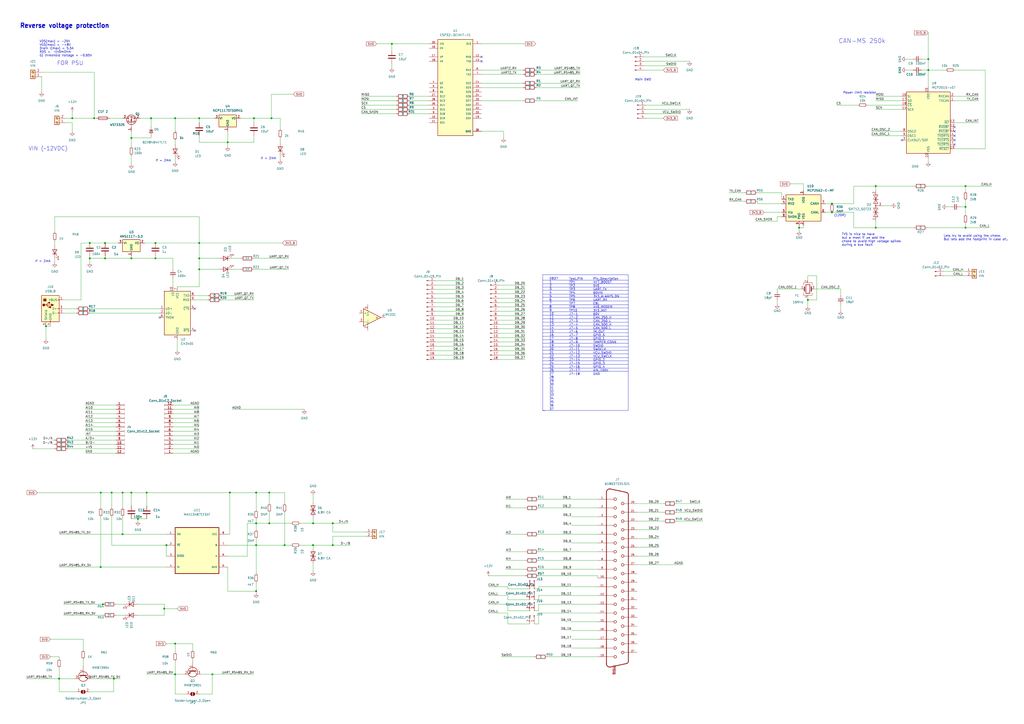
<source format=kicad_sch>
(kicad_sch (version 20230121) (generator eeschema)
  (paper "A2")
  (junction (at 76.2 149.86))
  (junction (at 132.08 82.55))
  (junction (at 560.07 132.08))
  (junction (at 90.17 149.86))
  (junction (at 560.07 107.95))
  (junction (at 85.09 285.75))
  (junction (at 115.57 149.86))
  (junction (at 41.91 68.58))
  (junction (at 181.61 316.23))
  (junction (at 193.04 316.23))
  (junction (at 64.77 285.75))
  (junction (at 76.2 80.01))
  (junction (at 95.25 353.06))
  (junction (at 538.48 34.29))
  (junction (at 508 107.95))
  (junction (at 181.61 303.53))
  (junction (at 133.35 285.75))
  (junction (at 66.04 393.7))
  (junction (at 101.6 68.58))
  (junction (at 60.96 140.97))
  (junction (at 76.2 285.75))
  (junction (at 482.6 118.11))
  (junction (at 538.48 40.64))
  (junction (at 147.32 68.58))
  (junction (at 71.12 285.75))
  (junction (at 60.96 149.86))
  (junction (at 71.12 309.88))
  (junction (at 115.57 156.21))
  (junction (at 80.01 300.99))
  (junction (at 34.29 393.7))
  (junction (at 101.6 373.38))
  (junction (at 52.07 149.86))
  (junction (at 115.57 68.58))
  (junction (at 508 132.08))
  (junction (at 148.59 303.53))
  (junction (at 148.59 285.75))
  (junction (at 26.67 189.23))
  (junction (at 482.6 123.19))
  (junction (at 90.17 140.97))
  (junction (at 87.63 68.58))
  (junction (at 560.07 120.015))
  (junction (at 193.04 303.53))
  (junction (at 115.57 140.97))
  (junction (at 156.21 303.53))
  (junction (at 96.52 316.23))
  (junction (at 463.55 132.08))
  (junction (at 52.07 140.97))
  (junction (at 59.69 350.52))
  (junction (at 157.48 68.58))
  (junction (at 148.59 316.23))
  (junction (at 101.6 391.16))
  (junction (at 165.1 316.23))
  (junction (at 58.42 285.75))
  (junction (at 227.33 25.4))
  (junction (at 123.19 391.16))
  (junction (at 468.63 173.99))
  (junction (at 156.21 285.75))
  (junction (at 54.61 68.58))
  (junction (at 148.59 342.9))
  (junction (at 58.42 328.93))
  (no_connect (at 523.24 81.28))
  (no_connect (at 553.72 78.74))
  (no_connect (at 279.4 33.02))
  (no_connect (at 553.72 76.2))
  (no_connect (at 279.4 35.56))
  (no_connect (at 92.71 184.15))
  (no_connect (at 553.72 81.28))
  (no_connect (at 113.03 179.07))
  (no_connect (at 553.72 83.82))
  (no_connect (at 113.03 191.77))
  (no_connect (at 553.72 73.66))
  (wire (pts (xy 439.42 118.11) (xy 439.42 116.84)))
  (wire (pts (xy 374.65 66.04) (xy 394.97 66.04)))
  (wire (pts (xy 58.42 285.75) (xy 58.42 294.64)))
  (wire (pts (xy 346.71 334.01) (xy 346.71 335.28)))
  (wire (pts (xy 100.33 234.95) (xy 115.57 234.95)))
  (wire (pts (xy 294.64 350.52) (xy 294.64 354.33)))
  (wire (pts (xy 560.07 120.015) (xy 560.07 124.46)))
  (wire (pts (xy 294.64 340.36) (xy 294.64 341.63)))
  (wire (pts (xy 72.39 350.52) (xy 67.31 350.52)))
  (wire (pts (xy 312.42 350.52) (xy 346.71 350.52)))
  (wire (pts (xy 157.48 54.61) (xy 157.48 68.58)))
  (wire (pts (xy 227.33 25.4) (xy 248.92 25.4)))
  (wire (pts (xy 87.63 78.74) (xy 87.63 80.01)))
  (wire (pts (xy 218.44 25.4) (xy 227.33 25.4)))
  (wire (pts (xy 31.75 139.7) (xy 31.75 142.24)))
  (wire (pts (xy 237.49 66.04) (xy 248.92 66.04)))
  (wire (pts (xy 90.17 148.59) (xy 90.17 149.86)))
  (wire (pts (xy 374.65 63.5) (xy 400.05 63.5)))
  (wire (pts (xy 450.85 167.64) (xy 464.82 167.64)))
  (wire (pts (xy 283.21 340.36) (xy 294.64 340.36)))
  (wire (pts (xy 311.15 58.42) (xy 335.28 58.42)))
  (wire (pts (xy 209.55 63.5) (xy 229.87 63.5)))
  (wire (pts (xy 162.56 80.01) (xy 162.56 82.55)))
  (wire (pts (xy 312.42 325.12) (xy 346.71 325.12)))
  (wire (pts (xy 294.64 354.33) (xy 307.34 354.33)))
  (wire (pts (xy 450.85 173.99) (xy 450.85 176.53)))
  (wire (pts (xy 101.6 81.28) (xy 101.6 83.82)))
  (wire (pts (xy 115.57 402.59) (xy 123.19 402.59)))
  (wire (pts (xy 19.05 260.35) (xy 31.75 260.35)))
  (polyline (pts (xy 314.9092 184.8358) (xy 364.4138 184.8358)))
  (wire (pts (xy 294.64 361.95) (xy 307.34 361.95)))
  (wire (pts (xy 39.37 255.27) (xy 67.31 255.27)))
  (wire (pts (xy 438.15 128.27) (xy 450.85 128.27)))
  (wire (pts (xy 181.61 299.72) (xy 181.61 303.53)))
  (wire (pts (xy 128.27 173.99) (xy 147.32 173.99)))
  (wire (pts (xy 252.5522 175.514) (xy 269.0622 175.514)))
  (wire (pts (xy 293.37 320.04) (xy 304.8 320.04)))
  (wire (pts (xy 487.68 167.64) (xy 487.68 171.45)))
  (wire (pts (xy 80.01 350.52) (xy 95.25 350.52)))
  (wire (pts (xy 80.01 300.99) (xy 85.09 300.99)))
  (wire (pts (xy 279.4 58.42) (xy 303.53 58.42)))
  (wire (pts (xy 100.33 156.21) (xy 100.33 149.86)))
  (wire (pts (xy 227.33 36.83) (xy 227.33 39.37)))
  (wire (pts (xy 294.64 341.63) (xy 307.34 341.63)))
  (polyline (pts (xy 314.9092 205.3082) (xy 364.5154 205.3082)))
  (wire (pts (xy 560.07 116.205) (xy 560.07 120.015)))
  (wire (pts (xy 312.42 355.6) (xy 346.71 355.6)))
  (wire (pts (xy 468.63 160.02) (xy 473.71 160.02)))
  (wire (pts (xy 289.3822 205.994) (xy 304.6222 205.994)))
  (wire (pts (xy 538.48 19.05) (xy 538.48 34.29)))
  (wire (pts (xy 96.52 373.38) (xy 101.6 373.38)))
  (wire (pts (xy 90.17 140.97) (xy 115.57 140.97)))
  (polyline (pts (xy 315.0362 178.6382) (xy 364.5408 178.6382)))
  (wire (pts (xy 133.35 285.75) (xy 148.59 285.75)))
  (wire (pts (xy 369.57 327.66) (xy 396.24 327.66)))
  (polyline (pts (xy 314.8838 193.04) (xy 364.49 193.04)))
  (wire (pts (xy 252.5522 190.754) (xy 269.0622 190.754)))
  (polyline (pts (xy 314.9854 174.5996) (xy 364.5916 174.5996)))
  (wire (pts (xy 495.3 123.19) (xy 495.3 132.08)))
  (wire (pts (xy 331.47 304.8) (xy 346.71 304.8)))
  (wire (pts (xy 209.55 66.04) (xy 229.87 66.04)))
  (wire (pts (xy 450.85 128.27) (xy 450.85 125.73)))
  (wire (pts (xy 165.1 292.1) (xy 165.1 285.75)))
  (wire (pts (xy 289.3822 172.974) (xy 304.6222 172.974)))
  (wire (pts (xy 132.08 82.55) (xy 132.08 85.09)))
  (wire (pts (xy 331.47 375.92) (xy 346.71 375.92)))
  (polyline (pts (xy 364.49 195.1482) (xy 314.8838 195.1482)))
  (wire (pts (xy 143.51 322.58) (xy 143.51 303.53)))
  (wire (pts (xy 52.07 181.61) (xy 92.71 181.61)))
  (wire (pts (xy 24.13 41.91) (xy 54.61 41.91)))
  (wire (pts (xy 537.845 107.95) (xy 560.07 107.95)))
  (wire (pts (xy 279.4 40.64) (xy 303.53 40.64)))
  (wire (pts (xy 312.42 361.95) (xy 312.42 355.6)))
  (wire (pts (xy 369.57 312.42) (xy 382.27 312.42)))
  (wire (pts (xy 49.53 245.11) (xy 67.31 245.11)))
  (polyline (pts (xy 364.5154 207.4164) (xy 314.9092 207.4164)))
  (wire (pts (xy 48.26 370.84) (xy 48.26 377.19)))
  (wire (pts (xy 463.55 130.81) (xy 463.55 132.08)))
  (wire (pts (xy 571.5 86.36) (xy 553.72 86.36)))
  (wire (pts (xy 162.56 68.58) (xy 157.48 68.58)))
  (wire (pts (xy 482.6 123.19) (xy 495.3 123.19)))
  (wire (pts (xy 165.1 285.75) (xy 156.21 285.75)))
  (wire (pts (xy 36.83 181.61) (xy 44.45 181.61)))
  (wire (pts (xy 374.65 68.58) (xy 384.81 68.58)))
  (wire (pts (xy 115.57 149.86) (xy 127 149.86)))
  (wire (pts (xy 59.69 350.52) (xy 59.69 351.79)))
  (wire (pts (xy 101.6 91.44) (xy 101.6 93.98)))
  (wire (pts (xy 556.895 120.015) (xy 560.07 120.015)))
  (wire (pts (xy 463.55 132.08) (xy 463.55 133.985)))
  (wire (pts (xy 392.43 297.18) (xy 407.67 297.18)))
  (wire (pts (xy 100.33 247.65) (xy 115.57 247.65)))
  (wire (pts (xy 44.45 401.32) (xy 34.29 401.32)))
  (wire (pts (xy 148.59 285.75) (xy 156.21 285.75)))
  (wire (pts (xy 115.57 68.58) (xy 124.46 68.58)))
  (wire (pts (xy 100.33 250.19) (xy 115.57 250.19)))
  (wire (pts (xy 115.57 68.58) (xy 115.57 71.12)))
  (wire (pts (xy 252.5522 180.594) (xy 269.0622 180.594)))
  (wire (pts (xy 162.56 74.93) (xy 162.56 68.58)))
  (wire (pts (xy 252.5522 172.974) (xy 269.0622 172.974)))
  (wire (pts (xy 292.1 80.01) (xy 292.1 76.2)))
  (wire (pts (xy 439.42 111.76) (xy 453.39 111.76)))
  (wire (pts (xy 369.57 292.1) (xy 384.81 292.1)))
  (wire (pts (xy 193.04 303.53) (xy 201.93 303.53)))
  (wire (pts (xy 34.29 309.88) (xy 71.12 309.88)))
  (polyline (pts (xy 364.363 159.385) (xy 314.833 159.385)))
  (wire (pts (xy 309.88 347.98) (xy 312.42 347.98)))
  (polyline (pts (xy 447.294 169.2402) (xy 447.3702 169.2402)))
  (wire (pts (xy 80.01 356.87) (xy 95.25 356.87)))
  (wire (pts (xy 289.3822 203.454) (xy 304.6222 203.454)))
  (wire (pts (xy 156.21 303.53) (xy 168.91 303.53)))
  (wire (pts (xy 54.61 68.58) (xy 55.88 68.58)))
  (wire (pts (xy 538.48 91.44) (xy 538.48 93.98)))
  (wire (pts (xy 71.12 299.72) (xy 71.12 309.88)))
  (wire (pts (xy 41.91 71.12) (xy 41.91 76.2)))
  (wire (pts (xy 71.12 285.75) (xy 64.77 285.75)))
  (polyline (pts (xy 314.9092 166.5224) (xy 364.4138 166.5224)))
  (wire (pts (xy 85.09 285.75) (xy 133.35 285.75)))
  (wire (pts (xy 523.24 55.88) (xy 508 55.88)))
  (wire (pts (xy 53.34 393.7) (xy 66.04 393.7)))
  (wire (pts (xy 392.43 302.26) (xy 407.67 302.26)))
  (wire (pts (xy 289.3822 195.834) (xy 304.6222 195.834)))
  (wire (pts (xy 101.6 383.54) (xy 101.6 391.16)))
  (polyline (pts (xy 364.4646 182.9054) (xy 314.8584 182.9054)))
  (wire (pts (xy 373.38 38.1) (xy 392.43 38.1)))
  (wire (pts (xy 173.99 316.23) (xy 181.61 316.23)))
  (wire (pts (xy 312.42 340.36) (xy 346.71 340.36)))
  (polyline (pts (xy 314.96 209.3468) (xy 364.4646 209.3468)))
  (wire (pts (xy 66.04 393.7) (xy 69.85 393.7)))
  (polyline (pts (xy 314.9346 197.0786) (xy 364.4392 197.0786)))
  (wire (pts (xy 468.63 172.72) (xy 468.63 173.99)))
  (wire (pts (xy 252.5522 198.374) (xy 269.0622 198.374)))
  (wire (pts (xy 495.3 132.08) (xy 508 132.08)))
  (polyline (pts (xy 314.9092 211.4042) (xy 364.5154 211.4042)))
  (polyline (pts (xy 314.9092 186.9694) (xy 364.5154 186.9694)))
  (wire (pts (xy 115.57 156.21) (xy 127 156.21)))
  (wire (pts (xy 495.3 107.95) (xy 508 107.95)))
  (wire (pts (xy 107.95 402.59) (xy 101.6 402.59)))
  (wire (pts (xy 283.21 345.44) (xy 294.64 345.44)))
  (wire (pts (xy 83.82 140.97) (xy 90.17 140.97)))
  (wire (pts (xy 508 132.08) (xy 508 128.27)))
  (wire (pts (xy 115.57 166.37) (xy 115.57 156.21)))
  (wire (pts (xy 538.48 40.64) (xy 548.64 40.64)))
  (wire (pts (xy 81.28 68.58) (xy 87.63 68.58)))
  (wire (pts (xy 30.48 255.27) (xy 31.75 255.27)))
  (polyline (pts (xy 314.8584 162.4838) (xy 364.4646 162.4838)))
  (polyline (pts (xy 314.8584 180.7972) (xy 364.4646 180.7972)))
  (wire (pts (xy 115.57 156.21) (xy 115.57 149.86)))
  (wire (pts (xy 560.07 107.95) (xy 560.07 111.125)))
  (wire (pts (xy 34.29 393.7) (xy 43.18 393.7)))
  (wire (pts (xy 34.29 328.93) (xy 58.42 328.93)))
  (wire (pts (xy 38.1 68.58) (xy 41.91 68.58)))
  (wire (pts (xy 331.47 299.72) (xy 346.71 299.72)))
  (wire (pts (xy 49.53 237.49) (xy 67.31 237.49)))
  (wire (pts (xy 369.57 307.34) (xy 382.27 307.34)))
  (wire (pts (xy 71.12 294.64) (xy 71.12 285.75)))
  (wire (pts (xy 139.7 68.58) (xy 147.32 68.58)))
  (wire (pts (xy 312.42 341.63) (xy 309.88 341.63)))
  (wire (pts (xy 252.5522 165.354) (xy 269.0622 165.354)))
  (wire (pts (xy 36.83 179.07) (xy 44.45 179.07)))
  (polyline (pts (xy 314.96 215.4428) (xy 364.4646 215.4428)))
  (wire (pts (xy 41.91 68.58) (xy 54.61 68.58)))
  (wire (pts (xy 148.59 303.53) (xy 148.59 300.99)))
  (wire (pts (xy 116.84 391.16) (xy 123.19 391.16)))
  (polyline (pts (xy 364.4646 164.592) (xy 314.8584 164.592)))
  (wire (pts (xy 571.5 40.64) (xy 571.5 86.36)))
  (wire (pts (xy 181.61 287.02) (xy 181.61 292.1)))
  (wire (pts (xy 511.81 119.38) (xy 516.89 119.38)))
  (wire (pts (xy 15.24 393.7) (xy 34.29 393.7)))
  (wire (pts (xy 181.61 326.39) (xy 181.61 331.47)))
  (wire (pts (xy 156.21 297.18) (xy 156.21 303.53)))
  (wire (pts (xy 311.15 43.18) (xy 336.55 43.18)))
  (wire (pts (xy 34.29 401.32) (xy 34.29 393.7)))
  (wire (pts (xy 101.6 373.38) (xy 111.76 373.38)))
  (wire (pts (xy 31.75 134.62) (xy 31.75 125.73)))
  (wire (pts (xy 482.6 118.11) (xy 495.3 118.11)))
  (wire (pts (xy 252.5522 200.914) (xy 269.0622 200.914)))
  (wire (pts (xy 115.57 78.74) (xy 115.57 82.55)))
  (wire (pts (xy 148.59 295.91) (xy 148.59 285.75)))
  (wire (pts (xy 64.77 316.23) (xy 96.52 316.23)))
  (wire (pts (xy 102.87 196.85) (xy 102.87 203.2)))
  (wire (pts (xy 538.48 34.29) (xy 538.48 40.64)))
  (wire (pts (xy 252.5522 203.454) (xy 269.0622 203.454)))
  (wire (pts (xy 36.83 356.87) (xy 59.69 356.87)))
  (polyline (pts (xy 314.9092 199.1614) (xy 364.5154 199.1614)))
  (wire (pts (xy 252.5522 208.534) (xy 269.0622 208.534)))
  (wire (pts (xy 100.33 240.03) (xy 115.57 240.03)))
  (wire (pts (xy 132.08 316.23) (xy 148.59 316.23)))
  (wire (pts (xy 49.53 262.89) (xy 67.31 262.89)))
  (wire (pts (xy 34.29 381) (xy 34.29 382.27)))
  (wire (pts (xy 289.3822 208.534) (xy 304.6222 208.534)))
  (wire (pts (xy 49.53 250.19) (xy 67.31 250.19)))
  (wire (pts (xy 443.23 123.19) (xy 453.39 123.19)))
  (wire (pts (xy 312.42 340.36) (xy 312.42 341.63)))
  (wire (pts (xy 252.5522 167.894) (xy 269.0622 167.894)))
  (wire (pts (xy 534.67 40.64) (xy 538.48 40.64)))
  (wire (pts (xy 289.3822 170.434) (xy 304.6222 170.434)))
  (wire (pts (xy 87.63 73.66) (xy 87.63 68.58)))
  (wire (pts (xy 26.67 196.85) (xy 26.67 189.23)))
  (wire (pts (xy 373.38 33.02) (xy 392.43 33.02)))
  (wire (pts (xy 132.08 322.58) (xy 143.51 322.58)))
  (wire (pts (xy 553.72 55.88) (xy 567.69 55.88)))
  (wire (pts (xy 60.96 148.59) (xy 60.96 149.86)))
  (wire (pts (xy 312.42 330.2) (xy 346.71 330.2)))
  (wire (pts (xy 279.4 48.26) (xy 303.53 48.26)))
  (wire (pts (xy 534.67 34.29) (xy 538.48 34.29)))
  (wire (pts (xy 71.12 309.88) (xy 96.52 309.88)))
  (wire (pts (xy 52.07 140.97) (xy 60.96 140.97)))
  (wire (pts (xy 237.49 63.5) (xy 248.92 63.5)))
  (wire (pts (xy 252.5522 162.814) (xy 269.0622 162.814)))
  (wire (pts (xy 547.37 160.02) (xy 560.07 160.02)))
  (wire (pts (xy 36.83 350.52) (xy 59.69 350.52)))
  (wire (pts (xy 472.44 167.64) (xy 487.68 167.64)))
  (wire (pts (xy 64.77 285.75) (xy 58.42 285.75)))
  (polyline (pts (xy 314.96 203.2) (xy 364.4646 203.2)))
  (wire (pts (xy 458.47 106.68) (xy 466.09 106.68)))
  (wire (pts (xy 165.1 297.18) (xy 165.1 316.23)))
  (wire (pts (xy 54.61 41.91) (xy 54.61 68.58)))
  (wire (pts (xy 289.3822 190.754) (xy 304.6222 190.754)))
  (wire (pts (xy 101.6 68.58) (xy 115.57 68.58)))
  (wire (pts (xy 49.53 240.03) (xy 67.31 240.03)))
  (wire (pts (xy 478.79 118.11) (xy 482.6 118.11)))
  (wire (pts (xy 279.4 50.8) (xy 303.53 50.8)))
  (wire (pts (xy 497.84 60.96) (xy 485.14 60.96)))
  (wire (pts (xy 76.2 80.01) (xy 76.2 85.09)))
  (wire (pts (xy 100.33 255.27) (xy 115.57 255.27)))
  (wire (pts (xy 102.87 166.37) (xy 115.57 166.37)))
  (wire (pts (xy 312.42 309.88) (xy 346.71 309.88)))
  (wire (pts (xy 29.21 370.84) (xy 48.26 370.84)))
  (wire (pts (xy 52.07 179.07) (xy 92.71 179.07)))
  (wire (pts (xy 252.5522 205.994) (xy 269.0622 205.994)))
  (wire (pts (xy 560.07 129.54) (xy 560.07 132.08)))
  (wire (pts (xy 553.72 40.64) (xy 571.5 40.64)))
  (polyline (pts (xy 314.96 191.008) (xy 364.4646 191.008)))
  (wire (pts (xy 212.09 308.61) (xy 193.04 308.61)))
  (wire (pts (xy 252.5522 170.434) (xy 269.0622 170.434)))
  (wire (pts (xy 85.09 293.37) (xy 85.09 285.75)))
  (wire (pts (xy 331.47 314.96) (xy 346.71 314.96)))
  (wire (pts (xy 212.09 311.15) (xy 193.04 311.15)))
  (wire (pts (xy 31.75 149.86) (xy 31.75 152.4)))
  (wire (pts (xy 87.63 80.01) (xy 76.2 80.01)))
  (wire (pts (xy 181.61 316.23) (xy 193.04 316.23)))
  (wire (pts (xy 289.3822 193.294) (xy 304.6222 193.294)))
  (wire (pts (xy 466.09 130.81) (xy 466.09 132.08)))
  (wire (pts (xy 52.07 149.86) (xy 52.07 152.4)))
  (wire (pts (xy 283.21 334.01) (xy 304.8 334.01)))
  (wire (pts (xy 76.2 148.59) (xy 76.2 149.86)))
  (wire (pts (xy 101.6 68.58) (xy 101.6 76.2)))
  (wire (pts (xy 237.49 55.88) (xy 248.92 55.88)))
  (wire (pts (xy 252.5522 188.214) (xy 269.0622 188.214)))
  (wire (pts (xy 115.57 140.97) (xy 163.83 140.97)))
  (wire (pts (xy 49.53 252.73) (xy 67.31 252.73)))
  (wire (pts (xy 76.2 285.75) (xy 71.12 285.75)))
  (wire (pts (xy 26.67 189.23) (xy 29.21 189.23)))
  (wire (pts (xy 289.3822 175.514) (xy 304.6222 175.514)))
  (wire (pts (xy 312.42 294.64) (xy 346.71 294.64)))
  (wire (pts (xy 29.21 381) (xy 34.29 381)))
  (wire (pts (xy 289.3822 167.894) (xy 304.6222 167.894)))
  (wire (pts (xy 181.61 303.53) (xy 193.04 303.53)))
  (wire (pts (xy 148.59 342.9) (xy 148.59 344.17)))
  (wire (pts (xy 289.3822 188.214) (xy 304.6222 188.214)))
  (wire (pts (xy 237.49 58.42) (xy 248.92 58.42)))
  (wire (pts (xy 115.57 140.97) (xy 115.57 149.86)))
  (polyline (pts (xy 314.833 238.125) (xy 364.363 238.125)))
  (wire (pts (xy 523.24 58.42) (xy 508 58.42)))
  (wire (pts (xy 63.5 68.58) (xy 71.12 68.58)))
  (wire (pts (xy 49.53 247.65) (xy 67.31 247.65)))
  (wire (pts (xy 508 107.95) (xy 508 110.49)))
  (wire (pts (xy 34.29 387.35) (xy 34.29 393.7)))
  (wire (pts (xy 39.37 260.35) (xy 67.31 260.35)))
  (wire (pts (xy 312.42 347.98) (xy 312.42 345.44)))
  (wire (pts (xy 369.57 317.5) (xy 382.27 317.5)))
  (wire (pts (xy 294.64 347.98) (xy 307.34 347.98)))
  (wire (pts (xy 312.42 345.44) (xy 346.71 345.44)))
  (wire (pts (xy 311.15 50.8) (xy 336.55 50.8)))
  (wire (pts (xy 294.64 345.44) (xy 294.64 347.98)))
  (wire (pts (xy 252.5522 193.294) (xy 269.0622 193.294)))
  (wire (pts (xy 58.42 299.72) (xy 58.42 328.93)))
  (polyline (pts (xy 364.49 170.5864) (xy 314.8838 170.5864)))
  (wire (pts (xy 193.04 316.23) (xy 203.2 316.23)))
  (wire (pts (xy 181.61 316.23) (xy 181.61 318.77)))
  (wire (pts (xy 133.35 285.75) (xy 133.35 309.88)))
  (polyline (pts (xy 314.9346 172.5168) (xy 364.4392 172.5168)))
  (wire (pts (xy 289.3822 200.914) (xy 304.6222 200.914)))
  (wire (pts (xy 49.53 242.57) (xy 67.31 242.57)))
  (wire (pts (xy 279.4 43.18) (xy 303.53 43.18)))
  (wire (pts (xy 331.47 365.76) (xy 346.71 365.76)))
  (wire (pts (xy 111.76 382.27) (xy 111.76 383.54)))
  (wire (pts (xy 505.46 78.74) (xy 523.24 78.74)))
  (wire (pts (xy 147.32 68.58) (xy 157.48 68.58)))
  (wire (pts (xy 95.25 356.87) (xy 95.25 353.06)))
  (wire (pts (xy 209.55 55.88) (xy 229.87 55.88)))
  (wire (pts (xy 453.39 111.76) (xy 453.39 115.57)))
  (wire (pts (xy 170.18 54.61) (xy 157.48 54.61)))
  (wire (pts (xy 237.49 60.96) (xy 248.92 60.96)))
  (wire (pts (xy 31.75 125.73) (xy 115.57 125.73)))
  (wire (pts (xy 111.76 377.19) (xy 111.76 373.38)))
  (wire (pts (xy 162.56 90.17) (xy 162.56 92.71)))
  (wire (pts (xy 283.21 350.52) (xy 294.64 350.52)))
  (wire (pts (xy 289.3822 185.674) (xy 304.6222 185.674)))
  (wire (pts (xy 52.07 149.86) (xy 60.96 149.86)))
  (wire (pts (xy 227.33 25.4) (xy 227.33 29.21)))
  (wire (pts (xy 64.77 294.64) (xy 64.77 285.75)))
  (wire (pts (xy 392.43 292.1) (xy 406.4 292.1)))
  (wire (pts (xy 60.96 149.86) (xy 76.2 149.86)))
  (wire (pts (xy 209.55 58.42) (xy 229.87 58.42)))
  (wire (pts (xy 46.99 173.99) (xy 46.99 140.97)))
  (wire (pts (xy 143.51 303.53) (xy 148.59 303.53)))
  (wire (pts (xy 209.55 60.96) (xy 229.87 60.96)))
  (wire (pts (xy 76.2 293.37) (xy 76.2 285.75)))
  (wire (pts (xy 529.59 34.29) (xy 525.78 34.29)))
  (wire (pts (xy 502.92 60.96) (xy 523.24 60.96)))
  (wire (pts (xy 41.91 64.77) (xy 41.91 68.58)))
  (polyline (pts (xy 364.363 238.125) (xy 364.363 159.385)))
  (wire (pts (xy 148.59 337.82) (xy 148.59 342.9)))
  (wire (pts (xy 422.91 111.76) (xy 431.8 111.76)))
  (wire (pts (xy 560.07 132.08) (xy 574.04 132.08)))
  (wire (pts (xy 156.21 292.1) (xy 156.21 285.75)))
  (wire (pts (xy 76.2 300.99) (xy 80.01 300.99)))
  (wire (pts (xy 148.59 316.23) (xy 165.1 316.23)))
  (wire (pts (xy 60.96 140.97) (xy 68.58 140.97)))
  (wire (pts (xy 100.33 252.73) (xy 115.57 252.73)))
  (wire (pts (xy 147.32 78.74) (xy 147.32 82.55)))
  (wire (pts (xy 311.15 40.64) (xy 336.55 40.64)))
  (wire (pts (xy 101.6 402.59) (xy 101.6 391.16)))
  (wire (pts (xy 39.37 257.81) (xy 67.31 257.81)))
  (wire (pts (xy 292.1 76.2) (xy 279.4 76.2)))
  (wire (pts (xy 100.33 161.29) (xy 100.33 166.37)))
  (wire (pts (xy 369.57 297.18) (xy 384.81 297.18)))
  (wire (pts (xy 52.07 401.32) (xy 66.04 401.32)))
  (wire (pts (xy 369.57 322.58) (xy 382.27 322.58)))
  (wire (pts (xy 473.71 160.02) (xy 473.71 173.99)))
  (wire (pts (xy 523.24 63.5) (xy 508 63.5)))
  (wire (pts (xy 312.42 334.01) (xy 346.71 334.01)))
  (wire (pts (xy 252.5522 185.674) (xy 269.0622 185.674)))
  (wire (pts (xy 473.71 173.99) (xy 468.63 173.99)))
  (wire (pts (xy 508 132.08) (xy 530.225 132.08)))
  (wire (pts (xy 487.68 176.53) (xy 487.68 180.34)))
  (wire (pts (xy 100.33 242.57) (xy 115.57 242.57)))
  (wire (pts (xy 549.275 120.015) (xy 551.815 120.015)))
  (wire (pts (xy 100.33 262.89) (xy 115.57 262.89)))
  (wire (pts (xy 123.19 391.16) (xy 147.32 391.16)))
  (wire (pts (xy 450.85 125.73) (xy 453.39 125.73)))
  (polyline (pts (xy 364.4138 166.5224) (xy 364.4138 166.37)))
  (wire (pts (xy 289.3822 198.374) (xy 304.6222 198.374)))
  (wire (pts (xy 148.59 312.42) (xy 148.59 316.23)))
  (wire (pts (xy 95.25 353.06) (xy 95.25 350.52)))
  (wire (pts (xy 279.4 25.4) (xy 304.8 25.4)))
  (wire (pts (xy 46.99 140.97) (xy 52.07 140.97)))
  (wire (pts (xy 85.09 391.16) (xy 101.6 391.16)))
  (wire (pts (xy 283.21 355.6) (xy 294.64 355.6)))
  (wire (pts (xy 252.5522 178.054) (xy 269.0622 178.054)))
  (wire (pts (xy 294.64 355.6) (xy 294.64 361.95)))
  (polyline (pts (xy 314.833 159.385) (xy 314.833 238.125)))
  (wire (pts (xy 193.04 311.15) (xy 193.04 316.23)))
  (wire (pts (xy 76.2 90.17) (xy 76.2 95.25)))
  (wire (pts (xy 133.35 309.88) (xy 132.08 309.88)))
  (wire (pts (xy 468.63 160.02) (xy 468.63 162.56)))
  (wire (pts (xy 115.57 125.73) (xy 115.57 140.97)))
  (wire (pts (xy 147.32 156.21) (xy 167.64 156.21)))
  (polyline (pts (xy 364.5916 176.7078) (xy 314.9854 176.7078)))
  (wire (pts (xy 293.37 294.64) (xy 304.8 294.64)))
  (wire (pts (xy 100.33 245.11) (xy 115.57 245.11)))
  (wire (pts (xy 113.03 171.45) (xy 120.65 171.45)))
  (wire (pts (xy 309.88 361.95) (xy 312.42 361.95)))
  (wire (pts (xy 290.83 381) (xy 309.88 381)))
  (wire (pts (xy 147.32 82.55) (xy 132.08 82.55)))
  (wire (pts (xy 132.08 328.93) (xy 132.08 342.9)))
  (wire (pts (xy 331.47 360.68) (xy 346.71 360.68)))
  (wire (pts (xy 173.99 303.53) (xy 181.61 303.53)))
  (wire (pts (xy 58.42 328.93) (xy 96.52 328.93)))
  (wire (pts (xy 100.33 149.86) (xy 90.17 149.86)))
  (wire (pts (xy 72.39 356.87) (xy 67.31 356.87)))
  (wire (pts (xy 422.91 116.84) (xy 431.8 116.84)))
  (wire (pts (xy 289.3822 180.594) (xy 304.6222 180.594)))
  (wire (pts (xy 450.85 167.64) (xy 450.85 168.91)))
  (wire (pts (xy 80.01 300.99) (xy 80.01 302.26)))
  (wire (pts (xy 52.07 148.59) (xy 52.07 149.86)))
  (wire (pts (xy 252.5522 183.134) (xy 269.0622 183.134)))
  (wire (pts (xy 317.5 381) (xy 346.71 381)))
  (wire (pts (xy 478.79 123.19) (xy 482.6 123.19)))
  (wire (pts (xy 508 107.95) (xy 530.225 107.95)))
  (wire (pts (xy 537.845 132.08) (xy 560.07 132.08)))
  (wire (pts (xy 374.65 60.96) (xy 394.97 60.96)))
  (wire (pts (xy 85.09 285.75) (xy 76.2 285.75)))
  (wire (pts (xy 495.3 118.11) (xy 495.3 107.95)))
  (wire (pts (xy 148.59 316.23) (xy 148.59 332.74)))
  (wire (pts (xy 64.77 299.72) (xy 64.77 316.23)))
  (wire (pts (xy 193.04 308.61) (xy 193.04 303.53)))
  (polyline (pts (xy 314.833 238.125) (xy 316.103 238.125)))
  (wire (pts (xy 132.08 82.55) (xy 132.08 76.2)))
  (wire (pts (xy 95.25 353.06) (xy 102.87 353.06)))
  (wire (pts (xy 293.37 330.2) (xy 304.8 330.2)))
  (wire (pts (xy 252.5522 195.834) (xy 269.0622 195.834)))
  (wire (pts (xy 289.3822 165.354) (xy 304.6222 165.354)))
  (wire (pts (xy 76.2 149.86) (xy 90.17 149.86)))
  (wire (pts (xy 36.83 173.99) (xy 46.99 173.99)))
  (wire (pts (xy 293.37 289.56) (xy 304.8 289.56)))
  (wire (pts (xy 148.59 303.53) (xy 148.59 307.34)))
  (wire (pts (xy 21.59 285.75) (xy 58.42 285.75)))
  (wire (pts (xy 100.33 260.35) (xy 115.57 260.35)))
  (wire (pts (xy 165.1 316.23) (xy 168.91 316.23)))
  (wire (pts (xy 553.72 71.12) (xy 567.69 71.12)))
  (wire (pts (xy 547.37 157.48) (xy 560.07 157.48)))
  (wire (pts (xy 101.6 391.16) (xy 106.68 391.16)))
  (wire (pts (xy 311.15 48.26) (xy 336.55 48.26)))
  (wire (pts (xy 147.32 149.86) (xy 167.64 149.86)))
  (wire (pts (xy 289.3822 183.134) (xy 304.6222 183.134)))
  (wire (pts (xy 134.62 149.86) (xy 139.7 149.86)))
  (wire (pts (xy 538.48 40.64) (xy 538.48 50.8)))
  (wire (pts (xy 100.33 237.49) (xy 115.57 237.49)))
  (wire (pts (xy 453.39 118.11) (xy 439.42 118.11)))
  (wire (pts (xy 132.08 342.9) (xy 148.59 342.9)))
  (wire (pts (xy 134.62 156.21) (xy 139.7 156.21)))
  (wire (pts (xy 113.03 173.99) (xy 120.65 173.99)))
  (wire (pts (xy 76.2 76.2) (xy 76.2 80.01)))
  (wire (pts (xy 148.59 303.53) (xy 156.21 303.53)))
  (polyline (pts (xy 364.5154 189.0776) (xy 314.9092 189.0776)))
  (wire (pts (xy 49.53 234.95) (xy 67.31 234.95)))
  (wire (pts (xy 123.19 402.59) (xy 123.19 391.16)))
  (wire (pts (xy 66.04 401.32) (xy 66.04 393.7)))
  (wire (pts (xy 87.63 68.58) (xy 101.6 68.58)))
  (wire (pts (xy 100.33 257.81) (xy 115.57 257.81)))
  (wire (pts (xy 466.09 106.68) (xy 466.09 110.49)))
  (wire (pts (xy 312.42 289.56) (xy 346.71 289.56)))
  (wire (pts (xy 96.52 316.23) (xy 96.52 322.58)))
  (wire (pts (xy 312.42 320.04) (xy 346.71 320.04)))
  (polyline (pts (xy 364.5154 213.5124) (xy 314.9092 213.5124)))
  (wire (pts (xy 560.07 107.95) (xy 575.31 107.95)))
  (wire (pts (xy 289.3822 178.054) (xy 304.6222 178.054)))
  (polyline (pts (xy 364.5154 201.2696) (xy 314.9092 201.2696)))
  (wire (pts (xy 30.48 257.81) (xy 31.75 257.81)))
  (wire (pts (xy 529.59 40.64) (xy 525.78 40.64)))
  (wire (pts (xy 373.38 35.56) (xy 400.05 35.56)))
  (wire (pts (xy 38.1 71.12) (xy 41.91 71.12)))
  (wire (pts (xy 115.57 82.55) (xy 132.08 82.55)))
  (wire (pts (xy 309.88 354.33) (xy 312.42 354.33)))
  (wire (pts (xy 373.38 40.64) (xy 384.81 40.64)))
  (wire (pts (xy 128.27 171.45) (xy 147.32 171.45)))
  (wire (pts (xy 505.46 76.2) (xy 523.24 76.2)))
  (wire (pts (xy 553.72 58.42) (xy 567.69 58.42)))
  (wire (pts (xy 293.37 325.12) (xy 304.8 325.12)))
  (wire (pts (xy 312.42 354.33) (xy 312.42 350.52)))
  (wire (pts (xy 48.26 382.27) (xy 48.26 386.08)))
  (wire (pts (xy 369.57 302.26) (xy 384.81 302.26)))
  (wire (pts (xy 134.62 237.49) (xy 176.53 237.49)))
  (wire (pts (xy 331.47 370.84) (xy 346.71 370.84)))
  (wire (pts (xy 24.13 44.45) (xy 24.13 53.34)))
  (wire (pts (xy 101.6 373.38) (xy 101.6 378.46)))
  (wire (pts (xy 463.55 132.08) (xy 466.09 132.08)))
  (wire (pts (xy 147.32 68.58) (xy 147.32 71.12)))
  (wire (pts (xy 468.63 173.99) (xy 468.63 177.8)))
  (polyline (pts (xy 314.8838 168.4782) (xy 364.49 168.4782)))
  (wire (pts (xy 293.37 309.88) (xy 304.8 309.88)))
  (text "If = 2mA" (at 20.32 152.4 0) (effects (font (size 1.27 1.27)) (justify left bottom)))
  (text "TVS is nice to have \nbut a most if we add the \nchoke to avoid high voltage spikes\nduring a bus fault" (at 488.315 142.875 0) (effects (font (size 1.27 1.27)) (justify left bottom)))
  (text "Test_PIN\nTP1\nTP2\nTP3\nTP4\nTP5\nTP6\nTP7\nTP8\nTP10\nJ7-1\nJ7-2\nJ7-3\nJ7-4\nJ7-5\nJ7-6\nJ7-7\nJ7-8\nJ7-9\nJ7-10\nJ7-11\nJ7-12\nJ7-13\nJ7-14\nJ7-15\nJ7-16\nJ7-17\nJ7-18" (at 330.073 217.805 0) (effects (font (size 1.27 1.27)) (justify left bottom)))
  (text "If = 2mA" (at 151.13 92.71 0) (effects (font (size 1.27 1.27)) (justify left bottom)))
  (text "(120R)" (at 483.87 125.73 0) (effects (font (size 1.27 1.27)) (justify left bottom)))
  (text "Power limit resistor" (at 488.95 54.61 0) (effects (font (size 1.27 1.27) italic) (justify left bottom)))
  (text "VDS(max) = -20V\nVGS(max) = -+8V\nDrain I(max) = 5.5A\nRDS =  ~{40mOhm\nG} threshold Voltage = -0.65V\n" (at 22.86 33.02 0) (effects (font (size 1.27 1.27)) (justify left bottom)))
  (text "Reverse voltage protection" (at 11.43 16.51 0) (effects (font (size 2.54 2.54) (thickness 0.508) bold) (justify left bottom)))
  (text "Pin_Description\n4V7_BOOST\n5V0\nUART_TX\n60VIN\n3V3_ALWAYS_ON\nUART_RX\nEBL\n4V0_MODEM\n3V3_ANT\n60V\nCAN_250_H\nCAN_250_L\nCAN_500_H\nCAN_500_L\nIM_OUT\nGPIO_5\nGPIO_1\nTAMPER_CONN\nSWDIO\nSWDCLK\nVCU_SWDIO\nVCU_SWCLK\nGPIO_2\nGPIO_3\nGPIO_4\nAIN_100V\nGND" (at 344.043 217.805 0) (effects (font (size 1.27 1.27)) (justify left bottom)))
  (text "Main SWD" (at 368.3 46.99 0) (effects (font (size 1.27 1.27)) (justify left bottom)))
  (text "CAN-MS 250k" (at 486.41 25.4 0) (effects (font (size 2.54 2.54)) (justify left bottom)))
  (text "If = 2mA" (at 90.17 93.98 0) (effects (font (size 1.27 1.27)) (justify left bottom)))
  (text "VIN (~12VDC)" (at 16.51 87.63 0) (effects (font (size 2.27 2.27)) (justify left bottom)))
  (text "Lets try to avoid using the choke,\nBut lets add the footprint in case of.." (at 547.37 139.7 0) (effects (font (size 1.27 1.27)) (justify left bottom)))
  (text "DB37\n1\n2\n3\n4\n5\n6\n7\n8\n9\n10\n11\n12\n13\n14\n15\n16\n17\n18\n19\n20\n21\n22\n23\n24\n25\n26\n27\n28\n29\n30\n31\n32\n33\n34\n35\n36\n37" (at 318.643 238.125 0) (effects (font (size 1.27 1.27)) (justify left bottom)))
  (text "FOR PSU\n" (at 33.02 38.1 0) (effects (font (size 2.27 2.27)) (justify left bottom)))
  (label "VCU_SWCLK" (at 394.97 60.96 180))
  (label "UART_QT_TX" (at 336.55 50.8 180))
  (label "AI10" (at 49.53 237.49 0))
  (label "AI2" (at 293.37 309.88 0))
  (label "MISO" (at 209.55 55.88 0))
  (label "UART_QT_TX" (at 147.32 173.99 180))
  (label "AI1" (at 115.57 257.81 180))
  (label "DB_24" (at 304.6222 175.514 180))
  (label "AI4" (at 115.57 250.19 180))
  (label "AI5" (at 293.37 330.2 0))
  (label "DB_23" (at 382.27 307.34 180))
  (label "DB_12" (at 331.47 345.44 180))
  (label "DB_34" (at 304.6222 200.914 180))
  (label "DB_6" (at 269.0622 175.514 180))
  (label "DB_12" (at 269.0622 190.754 180))
  (label "CS" (at 209.55 63.5 0))
  (label "A{slash}D+" (at 49.53 255.27 0))
  (label "+VS" (at 49.53 260.35 0))
  (label "AI0" (at 115.57 260.35 180))
  (label "CAN_OSC_2" (at 476.25 167.64 0))
  (label "UART_RS485_RX_5V" (at 147.32 391.16 180))
  (label "DB_9" (at 331.47 330.2 180))
  (label "AGND" (at 115.57 234.95 180))
  (label "AI13" (at 49.53 245.11 0))
  (label "SWDIO" (at 290.83 381 0))
  (label "DB_21" (at 382.27 297.18 180))
  (label "DB_10" (at 331.47 334.01 180))
  (label "AGND" (at 49.53 234.95 0))
  (label "INT" (at 49.53 252.73 0))
  (label "DB_24" (at 382.27 312.42 180))
  (label "DB_17" (at 269.0622 203.454 180))
  (label "CAN_L" (at 283.21 355.6 0))
  (label "MOSI" (at 508 55.88 0))
  (label "DB_1" (at 269.0622 162.814 180))
  (label "AI5" (at 115.57 247.65 180))
  (label "CAN_OSC_2" (at 505.46 76.2 0))
  (label "MISO" (at 508 58.42 0))
  (label "CAN_L" (at 558.8 160.02 180))
  (label "CS" (at 485.14 60.96 0))
  (label "DB_4" (at 269.0622 170.434 180))
  (label "DB_17" (at 331.47 370.84 180))
  (label "UART_RS485_RX_5V" (at 36.83 356.87 0))
  (label "DB_10" (at 269.0622 185.674 180))
  (label "GND" (at 49.53 262.89 0))
  (label "RX_CAN" (at 422.91 116.84 0))
  (label "AI15" (at 49.53 250.19 0))
  (label "UART_RS485_TX" (at 15.24 393.7 0))
  (label "VCU_SWDIO" (at 407.67 297.18 180))
  (label "DB_29" (at 304.6222 188.214 180))
  (label "DB_25" (at 382.27 317.5 180))
  (label "AI7" (at 115.57 242.57 180))
  (label "SWDIO" (at 392.43 38.1 180))
  (label "UART_RS485_RX" (at 336.55 43.18 180))
  (label "DB_11" (at 331.47 340.36 180))
  (label "AI14" (at 49.53 247.65 0))
  (label "AI6" (at 115.57 245.11 180))
  (label "CAN_OSC_1" (at 505.46 78.74 0))
  (label "CAN_L" (at 283.21 345.44 0))
  (label "DB_31" (at 304.6222 193.294 180))
  (label "DB_7" (at 331.47 320.04 180))
  (label "DB_27" (at 382.27 327.66 180))
  (label "CAN_SHDN" (at 209.55 66.04 0))
  (label "DB_8" (at 331.47 325.12 180))
  (label "UART_QT_TX" (at 167.64 156.21 180))
  (label "AI2" (at 115.57 255.27 180))
  (label "UART_RS485_TX" (at 336.55 40.64 180))
  (label "DB_33" (at 304.6222 198.374 180))
  (label "AI12" (at 49.53 242.57 0))
  (label "DB_11" (at 269.0622 188.214 180))
  (label "DB_18" (at 269.0622 205.994 180))
  (label "TX_CAN" (at 567.69 58.42 0))
  (label "AI3" (at 115.57 252.73 180))
  (label "UART_QT_RX" (at 147.32 171.45 180))
  (label "DB_20" (at 304.6222 165.354 180))
  (label "DB_5" (at 269.0622 172.974 180))
  (label "DB_20" (at 382.27 292.1 180))
  (label "SCK" (at 508 63.5 0))
  (label "D-{slash}B" (at 30.48 257.81 180))
  (label "UART2_TX" (at 299.72 43.18 180))
  (label "UART_RS485_RX" (at 85.09 391.16 0))
  (label "DB_22" (at 382.27 302.26 180))
  (label "AGND" (at 115.57 262.89 180))
  (label "DB_13" (at 331.47 350.52 180))
  (label "SWCLK" (at 406.4 292.1 180))
  (label "DB_22" (at 304.6222 170.434 180))
  (label "AI4" (at 293.37 325.12 0))
  (label "DB_1" (at 326.39 289.56 0))
  (label "CAN_INT" (at 335.28 58.42 180))
  (label "CAN_H" (at 283.21 350.52 0))
  (label "DB_8" (at 269.0622 180.594 180))
  (label "DB_21" (at 304.6222 167.894 180))
  (label "CAN_OSC_1" (at 462.28 167.64 0))
  (label "D+{slash}A" (at 201.93 303.53 180))
  (label "DB_30" (at 304.6222 190.754 180))
  (label "DB_16" (at 269.0622 200.914 180))
  (label "DB_15" (at 269.0622 198.374 180))
  (label "DB_2" (at 326.39 294.64 0))
  (label "DB_15" (at 331.47 360.68 180))
  (label "UART_RS485_TX_5V" (at 69.85 393.7 180))
  (label "UART_RS485_TX_5V" (at 34.29 309.88 0))
  (label "DB_16" (at 331.47 365.76 180))
  (label "DB_5" (at 331.47 309.88 180))
  (label "AI0" (at 293.37 289.56 0))
  (label "RX_CAN" (at 567.69 55.88 0))
  (label "DB_28" (at 304.6222 185.674 180))
  (label "UART_RS485_TX_5V" (at 36.83 350.52 0))
  (label "AI9" (at 115.57 237.49 180))
  (label "DB_36" (at 304.6222 205.994 180))
  (label "CAN_INT" (at 567.69 71.12 180))
  (label "VCU_SWDIO" (at 394.97 66.04 180))
  (label "AGND" (at 134.62 237.49 0))
  (label "DB_26" (at 382.27 322.58 180))
  (label "DB_7" (at 269.0622 178.054 180))
  (label "VCU_SWCLK" (at 407.67 302.26 180))
  (label "CAN_H" (at 575.31 107.95 180))
  (label "DB_4" (at 331.47 304.8 180))
  (label "DB_19" (at 331.47 381 180))
  (label "B{slash}D-" (at 49.53 257.81 0))
  (label "UART_RS485_RX_5V" (at 34.29 328.93 0))
  (label "AGND" (at 396.24 327.66 180))
  (label "DB_2" (at 269.0622 165.354 180))
  (label "AI3" (at 293.37 320.04 0))
  (label "DB_23" (at 304.6222 172.974 180))
  (label "DB_9" (at 269.0622 183.134 180))
  (label "D+{slash}A" (at 30.48 255.27 180))
  (label "DB_25" (at 304.6222 178.054 180))
  (label "AI11" (at 49.53 240.03 0))
  (label "CAN_H" (at 558.8 157.48 180))
  (label "UART_QT_RX" (at 167.64 149.86 180))
  (label "AI8" (at 115.57 240.03 180))
  (label "DB_3" (at 331.47 299.72 180))
  (label "MOSI" (at 209.55 58.42 0))
  (label "UART_QT_RX" (at 336.55 48.26 180))
  (label "DB_27" (at 304.6222 183.134 180))
  (label "DB_3" (at 269.0622 167.894 180))
  (label "DB_19" (at 269.0622 208.534 180))
  (label "DB_14" (at 269.0622 195.834 180))
  (label "SCK" (at 209.55 60.96 0))
  (label "CAN_SHDN" (at 438.15 128.27 0))
  (label "CAN_L" (at 574.04 132.08 180))
  (label "DB_26" (at 304.6222 180.594 180))
  (label "DB_35" (at 304.6222 203.454 180))
  (label "UART2_RX" (at 299.72 40.64 180))
  (label "DB_13" (at 269.0622 193.294 180))
  (label "TX_CAN" (at 422.91 111.76 0))
  (label "DB_18" (at 331.47 375.92 180))
  (label "SWCLK" (at 392.43 33.02 180))
  (label "DB_32" (at 304.6222 195.834 180))
  (label "DB_37" (at 304.6222 208.534 180))
  (label "DB_6" (at 331.47 314.96 180))
  (label "DB_14" (at 331.47 355.6 180))
  (label "AI1" (at 293.37 294.64 0))
  (label "CAN_H" (at 283.21 340.36 0))
  (label "D-{slash}B" (at 203.2 316.23 180))
  (global_label "5V0" (shape input) (at 29.21 370.84 180) (property "Intersheetrefs" "${INTERSHEET_REFS}" (effects hide)))
  (global_label "3V3" (shape output) (at 304.8 25.4 0) (property "Intersheetrefs" "${INTERSHEET_REFS}" (effects hide)))
  (global_label "3V3_B" (shape input) (at 384.81 40.64 0) (property "Intersheetrefs" "${INTERSHEET_REFS}" (effects hide)))
  (global_label "3V3_B" (shape input) (at 384.81 68.58 0) (property "Intersheetrefs" "${INTERSHEET_REFS}" (effects hide)))
  (global_label "5V0" (shape input) (at 102.87 353.06 0) (property "Intersheetrefs" "${INTERSHEET_REFS}" (effects hide)))
  (global_label "3V3" (shape input) (at 29.21 381 180) (property "Intersheetrefs" "${INTERSHEET_REFS}" (effects hide)))
  (global_label "3V3" (shape input) (at 96.52 373.38 180) (property "Intersheetrefs" "${INTERSHEET_REFS}" (effects hide)))
  (global_label "5V0" (shape input) (at 218.44 25.4 180) (property "Intersheetrefs" "${INTERSHEET_REFS}" (effects hide)))
  (global_label "3V3_B" (shape input) (at 163.83 140.97 0) (property "Intersheetrefs" "${INTERSHEET_REFS}" (effects hide)))
  (global_label "5V0" (shape input) (at 458.47 106.68 180) (property "Intersheetrefs" "${INTERSHEET_REFS}" (effects hide)))
  (global_label "5V0" (shape input) (at 21.59 285.75 180) (property "Intersheetrefs" "${INTERSHEET_REFS}" (effects hide)))
  (global_label "5V0" (shape input) (at 170.18 54.61 0) (property "Intersheetrefs" "${INTERSHEET_REFS}" (effects hide)))
  (global_label "3V3_B" (shape input) (at 538.48 19.05 180) (property "Intersheetrefs" "${INTERSHEET_REFS}" (effects hide)))
  (global_label "3V3_B" (shape input) (at 443.23 123.19 180) (property "Intersheetrefs" "${INTERSHEET_REFS}" (effects hide)))
  (symbol (lib_id "Device:LED") (at 31.75 146.05 90) (unit 1)
    (property "Reference" "D9" (at 43.18 146.3675 90) (effects (justify right)))
    (property "Value" "LED" (at 43.18 148.9075 90) (effects (justify right)))
    (property "Footprint" "LED_SMD:LED_0805_2012Metric" (effects hide))
    (property "MPN" "0805RBD0070S01" (effects hide))
  )
  (symbol (lib_id "power:GND") (at 26.67 196.85 0) (unit 1)
    (property "Reference" "#PWR010" (effects hide))
    (property "Value" "GND" (at 26.67 201.93 0))
  )
  (symbol (lib_id "Connector:Conn_01x18_Pin") (at 284.3022 185.674 0) (unit 1)
    (property "Reference" "J8" (at 284.9372 160.274 0))
    (property "Value" "Conn_01x18_Pin" (at 284.9372 162.814 0))
    (property "Footprint" "Connector_PinHeader_2.54mm:PinHeader_1x18_P2.54mm_Vertical" (effects hide))
  )
  (symbol (lib_id "Device:R_Small") (at 156.21 294.64 180) (unit 1)
    (property "Reference" "R40" (at 151.13 294.64 0) (effects (justify right)))
    (property "Value" "DNP" (at 151.13 298.45 0) (effects (justify right)))
    (property "Footprint" "Resistor_SMD:R_0603_1608Metric" (effects hide))
  )
  (symbol (lib_id "power:GND") (at 181.61 287.02 180) (unit 1)
    (property "Reference" "#PWR026" (effects hide))
    (property "Value" "GND" (at 181.61 281.94 0))
  )
  (symbol (lib_id "Device:R") (at 534.035 107.95 270) (unit 1)
    (property "Reference" "R26" (at 534.035 110.49 90))
    (property "Value" "0" (at 534.035 107.95 90))
    (property "Footprint" "Resistor_SMD:R_0402_1005Metric" (effects hide))
    (property "MPN" "RMCF0402ZT0R00" (effects hide))
    (property "Description" "RES 0 OHM JUMPER 1/16W 0402" (effects hide))
  )
  (symbol (lib_id "power:GND") (at 516.89 119.38 90) (unit 1)
    (property "Reference" "#PWR022" (effects hide))
    (property "Value" "GND" (at 521.2842 119.253 0))
  )
  (symbol (lib_id "power:GND") (at 132.08 85.09 0) (unit 1)
    (property "Reference" "#PWR012" (effects hide))
    (property "Value" "GND" (at 132.08 90.17 0))
  )
  (symbol (lib_id "Comparator:LMV331") (at 215.9 184.15 0) (unit 1)
    (property "Reference" "U5" (at 226.06 179.9591 0))
    (property "Value" "LMV331" (at 226.06 182.4991 0))
    (property "Datasheet" "http://www.ti.com/lit/ds/symlink/lmv331.pdf" (effects hide))
  )
  (symbol (lib_id "Device:R") (at 143.51 156.21 90) (unit 1)
    (property "Reference" "R22" (at 148.59 154.94 90))
    (property "Value" "1K" (at 143.51 156.21 90))
    (property "Footprint" "Resistor_SMD:R_0603_1608Metric" (effects hide))
  )
  (symbol (lib_id "power:GND") (at 148.59 344.17 0) (unit 1)
    (property "Reference" "#PWR024" (effects hide))
    (property "Value" "GND" (at 148.59 349.25 0))
  )
  (symbol (lib_id "Device:D_TVS") (at 181.61 295.91 90) (unit 1)
    (property "Reference" "D6" (at 184.15 294.64 90) (effects (justify right)))
    (property "Value" "6.8V CA" (at 184.15 297.18 90) (effects (justify right)))
    (property "Footprint" "Diode_SMD:D_SMB" (effects hide))
  )
  (symbol (lib_id "power:+12V") (at 19.05 260.35 0) (unit 1)
    (property "Reference" "#PWR028" (effects hide))
    (property "Value" "+12V" (at 19.05 254.635 0))
  )
  (symbol (lib_id "Device:R") (at 435.61 116.84 90) (unit 1)
    (property "Reference" "R56" (at 440.69 115.57 90))
    (property "Value" "0" (at 435.61 116.84 90))
    (property "Footprint" "Resistor_SMD:R_0603_1608Metric" (effects hide))
  )
  (symbol (lib_id "Device:R_Small") (at 31.75 137.16 180) (unit 1)
    (property "Reference" "R46" (at 41.91 135.89 0) (effects (justify right)))
    (property "Value" "1K" (at 34.29 138.43 0) (effects (justify right)))
    (property "Footprint" "Resistor_SMD:R_0603_1608Metric" (effects hide))
  )
  (symbol (lib_id "Device:R") (at 308.61 294.64 90) (unit 1)
    (property "Reference" "R12" (at 313.69 293.37 90))
    (property "Value" "0" (at 308.61 294.64 90))
    (property "Footprint" "Resistor_SMD:R_0603_1608Metric" (effects hide))
  )
  (symbol (lib_id "power:GND") (at 292.1 80.01 0) (unit 1)
    (property "Reference" "#PWR03" (effects hide))
    (property "Value" "GND" (at 292.1 85.09 0))
  )
  (symbol (lib_id "Device:LED") (at 101.6 87.63 90) (unit 1)
    (property "Reference" "D1" (at 113.03 87.9475 90) (effects (justify right)))
    (property "Value" "LED" (at 113.03 90.4875 90) (effects (justify right)))
    (property "Footprint" "LED_SMD:LED_0805_2012Metric" (effects hide))
    (property "MPN" "0805RBD0070S01" (effects hide))
  )
  (symbol (lib_id "Device:C") (at 52.07 144.78 0) (unit 1)
    (property "Reference" "C1" (at 55.88 143.51 0) (effects (justify left)))
    (property "Value" "100n" (at 53.34 147.32 0) (effects (justify left)))
    (property "Footprint" "Capacitor_SMD:C_0603_1608Metric" (effects hide))
  )
  (symbol (lib_id "power:GND") (at 31.75 152.4 0) (unit 1)
    (property "Reference" "#PWR030" (effects hide))
    (property "Value" "GND" (at 31.75 157.48 0))
  )
  (symbol (lib_id "power:GND") (at 487.68 180.34 0) (unit 1)
    (property "Reference" "#PWR021" (effects hide))
    (property "Value" "GND" (at 487.68 184.15 0))
  )
  (symbol (lib_id "Device:R") (at 388.62 297.18 90) (unit 1)
    (property "Reference" "R48" (at 393.7 295.91 90))
    (property "Value" "0" (at 388.62 297.18 90))
    (property "Footprint" "Resistor_SMD:R_0603_1608Metric" (effects hide))
  )
  (symbol (lib_id "Device:R_Small") (at 101.6 78.74 180) (unit 1)
    (property "Reference" "R10" (at 111.76 77.47 0) (effects (justify right)))
    (property "Value" "5k" (at 104.14 80.01 0) (effects (justify right)))
    (property "Footprint" "Resistor_SMD:R_0603_1608Metric" (effects hide))
  )
  (symbol (lib_id "Device:R") (at 35.56 260.35 90) (unit 1)
    (property "Reference" "R44" (at 40.64 259.08 90))
    (property "Value" "0" (at 35.56 260.35 90))
    (property "Footprint" "Resistor_SMD:R_0603_1608Metric" (effects hide))
  )
  (symbol (lib_id "Device:R") (at 233.68 60.96 90) (unit 1)
    (property "Reference" "R8" (at 238.76 59.69 90))
    (property "Value" "0" (at 233.68 60.96 90))
    (property "Footprint" "Resistor_SMD:R_0603_1608Metric" (effects hide))
  )
  (symbol (lib_id "Regulator_Linear:AMS1117-3.3") (at 76.2 140.97 0) (unit 1)
    (property "Reference" "U3" (at 76.2 134.62 0))
    (property "Value" "AMS1117-3.3" (at 76.2 137.16 0))
    (property "Footprint" "Package_TO_SOT_SMD:SOT-223-3_TabPin2" (effects hide))
    (property "Datasheet" "http://www.advanced-monolithic.com/pdf/ds1117.pdf" (effects hide))
  )
  (symbol (lib_id "Device:R") (at 308.61 320.04 90) (unit 1)
    (property "Reference" "R14" (at 313.69 318.77 90))
    (property "Value" "0" (at 308.61 320.04 90))
    (property "Footprint" "Resistor_SMD:R_0603_1608Metric" (effects hide))
  )
  (symbol (lib_id "Transistor_BJT:MMBT3904") (at 48.26 391.16 90) (mirror x) (unit 1)
    (property "Reference" "Q3" (at 48.26 397.51 90))
    (property "Value" "MMBT3904" (at 58.42 387.35 90))
    (property "Footprint" "Package_TO_SOT_SMD:SOT-23" (effects hide))
    (property "Datasheet" "https://www.onsemi.com/pub/Collateral/2N3903-D.PDF" (effects hide))
  )
  (symbol (lib_id "Device:R_Small") (at 560.07 127 0) (unit 1)
    (property "Reference" "R29" (at 562.61 126.365 0) (effects (justify left)))
    (property "Value" "2k8" (at 562.61 128.905 0) (effects (justify left)))
    (property "Footprint" "Resistor_SMD:R_0603_1608Metric" (effects hide))
    (property "Comment" "Need to be 1%" (effects hide))
    (property "MPN" "RC0603FR-072K8L" (effects hide))
    (property "Description" "RES 2.8K OHM 1% 1/10W 0603" (effects hide))
  )
  (symbol (lib_id "power:GND") (at 101.6 93.98 0) (unit 1)
    (property "Reference" "#PWR05" (effects hide))
    (property "Value" "GND" (at 101.6 99.06 0))
  )
  (symbol (lib_id "Device:R") (at 308.61 289.56 90) (unit 1)
    (property "Reference" "R11" (at 313.69 288.29 90))
    (property "Value" "0" (at 308.61 289.56 90))
    (property "Footprint" "Resistor_SMD:R_0603_1608Metric" (effects hide))
  )
  (symbol (lib_id "Jumper:SolderJumper_2_Open") (at 111.76 402.59 0) (unit 1)
    (property "Reference" "JP2" (at 111.76 407.67 0))
    (property "Value" "SolderJumper_2_Open" (at 111.76 406.4 0))
    (property "Footprint" "Jumper:SolderJumper-2_P1.3mm_Open_RoundedPad1.0x1.5mm" (effects hide))
  )
  (symbol (lib_id "Connector:Conn_01x19_Pin") (at 247.4722 185.674 0) (unit 1)
    (property "Reference" "J9" (at 248.1072 157.734 0))
    (property "Value" "Conn_01x19_Pin" (at 248.1072 160.274 0))
    (property "Footprint" "Connector_PinHeader_2.54mm:PinHeader_1x19_P2.54mm_Vertical" (effects hide))
  )
  (symbol (lib_id "Device:R_Small") (at 58.42 297.18 180) (unit 1)
    (property "Reference" "R34" (at 50.8 297.18 0) (effects (justify right)))
    (property "Value" "10k" (at 50.8 300.99 0) (effects (justify right)))
    (property "Footprint" "Resistor_SMD:R_0603_1608Metric" (effects hide))
  )
  (symbol (lib_id "power:GND") (at 525.78 40.64 270) (unit 1)
    (property "Reference" "#PWR017" (effects hide))
    (property "Value" "GND" (at 521.97 40.64 0))
  )
  (symbol (lib_id "Device:LED") (at 130.81 156.21 180) (unit 1)
    (property "Reference" "D4" (at 129.54 161.29 90) (effects (justify right)))
    (property "Value" "LED" (at 132.08 161.29 90) (effects (justify right)))
    (property "Footprint" "LED_SMD:LED_0805_2012Metric" (effects hide))
    (property "MPN" "0805RBD0070S01" (effects hide))
  )
  (symbol (lib_id "power:+12V") (at 283.21 334.01 0) (unit 1)
    (property "Reference" "#PWR038" (effects hide))
    (property "Value" "+12V" (at 283.21 328.295 0))
  )
  (symbol (lib_id "Device:R") (at 308.61 325.12 90) (unit 1)
    (property "Reference" "R15" (at 313.69 323.85 90))
    (property "Value" "0" (at 308.61 325.12 90))
    (property "Footprint" "Resistor_SMD:R_0603_1608Metric" (effects hide))
  )
  (symbol (lib_id "power:GND") (at 450.85 176.53 0) (unit 1)
    (property "Reference" "#PWR015" (effects hide))
    (property "Value" "GND" (at 450.85 180.34 0))
  )
  (symbol (lib_id "Device:R_Small") (at 560.07 113.665 0) (unit 1)
    (property "Reference" "R28" (at 562.61 113.03 0) (effects (justify left)))
    (property "Value" "2k8" (at 562.61 115.57 0) (effects (justify left)))
    (property "Footprint" "Resistor_SMD:R_0603_1608Metric" (effects hide))
    (property "Comment" "Need to be 1%" (effects hide))
    (property "MPN" "RC0603FR-072K8L" (effects hide))
    (property "Description" "RES 2.8K OHM 1% 1/10W 0603" (effects hide))
  )
  (symbol (lib_id "Device:C") (at 90.17 144.78 0) (unit 1)
    (property "Reference" "C3" (at 93.98 143.51 0) (effects (justify left)))
    (property "Value" "1u" (at 93.98 146.05 0) (effects (justify left)))
    (property "Footprint" "Capacitor_SMD:C_0603_1608Metric" (effects hide))
  )
  (symbol (lib_id "Device:R_Small") (at 34.29 384.81 180) (unit 1)
    (property "Reference" "R59" (at 26.67 384.81 0) (effects (justify right)))
    (property "Value" "10k" (at 26.67 388.62 0) (effects (justify right)))
    (property "Footprint" "Resistor_SMD:R_0603_1608Metric" (effects hide))
  )
  (symbol (lib_id "Device:R") (at 388.62 292.1 90) (unit 1)
    (property "Reference" "R47" (at 393.7 290.83 90))
    (property "Value" "0" (at 388.62 292.1 90))
    (property "Footprint" "Resistor_SMD:R_0603_1608Metric" (effects hide))
  )
  (symbol (lib_id "Device:R") (at 233.68 55.88 90) (unit 1)
    (property "Reference" "R6" (at 238.76 54.61 90))
    (property "Value" "0" (at 233.68 55.88 90))
    (property "Footprint" "Resistor_SMD:R_0603_1608Metric" (effects hide))
  )
  (symbol (lib_id "power:+12V") (at 41.91 64.77 0) (unit 1)
    (property "Reference" "#PWR06" (effects hide))
    (property "Value" "+12V" (at 41.91 59.055 0))
  )
  (symbol (lib_id "TC-Power:D_Zener_SoT23") (at 87.63 76.2 270) (unit 1)
    (property "Reference" "D5" (at 89.408 75.0316 90) (effects (justify left)))
    (property "Value" "BZX84B4V7LT1" (at 82.55 82.55 90) (effects (justify left)))
    (property "Footprint" "Package_TO_SOT_SMD:SOT-23" (effects hide))
    (property "MPN" "BZX84B4V7LT1" (effects hide))
    (property "Description" "DIODE ZENER 4.7V 250MW SOT23-3" (effects hide))
    (property "Digi-key PN" "BZX84B4V7LT1GOSTR-ND" (effects hide))
  )
  (symbol (lib_id "power:GND") (at 181.61 331.47 0) (unit 1)
    (property "Reference" "#PWR025" (effects hide))
    (property "Value" "GND" (at 181.61 336.55 0))
  )
  (symbol (lib_id "Device:R") (at 388.62 302.26 90) (unit 1)
    (property "Reference" "R49" (at 393.7 300.99 90))
    (property "Value" "0" (at 388.62 302.26 90))
    (property "Footprint" "Resistor_SMD:R_0603_1608Metric" (effects hide))
  )
  (symbol (lib_id "power:GND") (at 400.05 35.56 0) (unit 1)
    (property "Reference" "#PWR031" (effects hide))
    (property "Value" "GND" (at 400.05 40.64 0))
  )
  (symbol (lib_id "Connector:Conn_01x02_Pin") (at 309.88 342.9 270) (unit 1)
    (property "Reference" "J14" (at 311.15 342.265 90) (effects (justify left)))
    (property "Value" "Conn_01x02_Pin" (at 293.37 344.17 90) (effects (justify left)))
    (property "Footprint" "Connector_PinHeader_2.54mm:PinHeader_1x02_P2.54mm_Vertical" (effects hide))
  )
  (symbol (lib_id "Device:R") (at 307.34 40.64 90) (unit 1)
    (property "Reference" "R3" (at 312.42 39.37 90))
    (property "Value" "0" (at 307.34 40.64 90))
    (property "Footprint" "Resistor_SMD:R_0603_1608Metric" (effects hide))
  )
  (symbol (lib_id "Device:Q_PMOS_GSD") (at 76.2 71.12 90) (unit 1)
    (property "Reference" "Q1" (at 81.28 66.04 90) (effects (justify left)))
    (property "Value" "WST3325" (at 72.39 72.39 90) (effects (justify left)))
    (property "Footprint" "Package_TO_SOT_SMD:SOT-23" (effects hide))
    (property "Datasheet" "https://www.onsemi.com/pdf/datasheet/ntr3a30pz-d.pdf" (effects hide))
    (property "MPN" "NTR3A30PZT1G" (effects hide))
    (property "ALT1" "DMP2066LSN-7" (effects hide))
    (property "ALT2" "SI2323DS-T1-GE3" (effects hide))
    (property "Spec" "38mOhm @ 3A, 4.5V" (effects hide))
    (property "Digi-key PN" "NTR3A30PZT1GOSCT-ND" (effects hide))
    (property "Description" "MOSFET P-CH 20V 3A SOT23-3" (effects hide))
  )
  (symbol (lib_id "power:GND") (at 80.01 302.26 0) (unit 1)
    (property "Reference" "#PWR027" (effects hide))
    (property "Value" "GND" (at 80.01 307.34 0))
  )
  (symbol (lib_id "Connector:Screw_Terminal_01x02") (at 19.05 44.45 180) (unit 1)
    (property "Reference" "J21" (at 19.05 35.56 0))
    (property "Value" "VIN" (at 19.05 38.1 0))
    (property "Footprint" "TerminalBlock:TerminalBlock_Altech_AK300-2_P5.00mm" (effects hide))
  )
  (symbol (lib_id "Device:C_Small") (at 100.33 158.75 0) (unit 1)
    (property "Reference" "C4" (at 102.87 157.4863 0) (effects (justify left)))
    (property "Value" "100n" (at 102.87 160.0263 0) (effects (justify left)))
    (property "Footprint" "Capacitor_SMD:C_0603_1608Metric" (effects hide))
  )
  (symbol (lib_id "Device:R_Small") (at 165.1 294.64 180) (unit 1)
    (property "Reference" "R41" (at 160.02 294.64 0) (effects (justify right)))
    (property "Value" "DNP" (at 160.02 298.45 0) (effects (justify right)))
    (property "Footprint" "Resistor_SMD:R_0603_1608Metric" (effects hide))
  )
  (symbol (lib_id "Device:R") (at 308.61 330.2 90) (unit 1)
    (property "Reference" "R16" (at 313.69 328.93 90))
    (property "Value" "0" (at 308.61 330.2 90))
    (property "Footprint" "Resistor_SMD:R_0603_1608Metric" (effects hide))
  )
  (symbol (lib_id "power:GND") (at 76.2 95.25 0) (unit 1)
    (property "Reference" "#PWR014" (effects hide))
    (property "Value" "GND" (at 76.327 99.6442 0))
  )
  (symbol (lib_id "Device:R") (at 48.26 181.61 90) (unit 1)
    (property "Reference" "R18" (at 53.34 180.34 90))
    (property "Value" "0" (at 48.26 181.61 90))
    (property "Footprint" "Resistor_SMD:R_0603_1608Metric" (effects hide))
  )
  (symbol (lib_id "power:GND") (at 400.05 63.5 0) (unit 1)
    (property "Reference" "#PWR032" (effects hide))
    (property "Value" "GND" (at 400.05 68.58 0))
  )
  (symbol (lib_id "Device:C_Small") (at 487.68 173.99 0) (unit 1)
    (property "Reference" "C11" (at 490.601 172.8216 0) (effects (justify left)))
    (property "Value" "18pF" (at 490.601 175.133 0) (effects (justify left)))
    (property "Footprint" "Capacitor_SMD:C_0603_1608Metric" (effects hide))
    (property "MF" "Johanson" (effects hide))
    (property "MPN" "251R14S180JV4T" (effects hide))
    (property "Rating" "C0G, NP0" (effects hide))
    (property "Spec" "18pF, 250V, C0G, NP0, 5%" (effects hide))
    (property "V" "250" (effects hide))
    (property "Digi-key PN" "712-1322-1-ND" (effects hide))
    (property "Description" "CAP CER 18PF 250V C0G/NP0 0603" (effects hide))
  )
  (symbol (lib_id "Device:C_Small") (at 532.13 40.64 90) (unit 1)
    (property "Reference" "C10" (at 529.59 43.18 90) (effects (justify left)))
    (property "Value" "100nF" (at 537.21 43.18 90) (effects (justify left)))
    (property "Footprint" "Capacitor_SMD:C_0603_1608Metric" (effects hide))
    (property "MPN" "06036C104KAT4A" (effects hide))
  )
  (symbol (lib_id "Device:R_Small") (at 171.45 303.53 270) (unit 1)
    (property "Reference" "R38" (at 171.45 308.61 0) (effects (justify right)))
    (property "Value" "10" (at 175.26 308.61 0) (effects (justify right)))
    (property "Footprint" "Resistor_SMD:R_1206_3216Metric" (effects hide))
  )
  (symbol (lib_id "Device:R") (at 308.61 334.01 90) (unit 1)
    (property "Reference" "R57" (at 313.69 332.74 90))
    (property "Value" "0" (at 308.61 334.01 90))
    (property "Footprint" "Resistor_SMD:R_0603_1608Metric" (effects hide))
  )
  (symbol (lib_id "Interface_CAN_LIN:MCP2515-xST") (at 538.48 71.12 0) (unit 1)
    (property "Reference" "U9" (at 540.4994 48.26 0) (effects (justify left)))
    (property "Value" "MCP2515-xST" (at 540.4994 50.8 0) (effects (justify left)))
    (property "Footprint" "Package_SO:TSSOP-20_4.4x6.5mm_P0.65mm" (effects hide))
    (property "Datasheet" "http://ww1.microchip.com/downloads/en/DeviceDoc/21801e.pdf" (effects hide))
    (property "MPN" "MCP2515-I/ST" (effects hide))
  )
  (symbol (lib_id "Device:R_Small") (at 71.12 297.18 180) (unit 1)
    (property "Reference" "R32" (at 66.04 297.18 0) (effects (justify right)))
    (property "Value" "10k" (at 67.31 300.99 0) (effects (justify right)))
    (property "Footprint" "Resistor_SMD:R_0603_1608Metric" (effects hide))
  )
  (symbol (lib_id "Device:C_Small") (at 554.355 120.015 270) (unit 1)
    (property "Reference" "C12" (at 553.085 113.665 0) (effects (justify left)))
    (property "Value" "1nF" (at 555.625 113.665 0) (effects (justify left)))
    (property "Footprint" "Capacitor_SMD:C_0402_1005Metric" (effects hide))
    (property "MPN" "0402N102F500CT" (effects hide))
    (property "Description" "CAP CER 1000PF 50V C0G/NP0 0402" (effects hide))
  )
  (symbol (lib_id "Device:LED") (at 130.81 149.86 180) (unit 1)
    (property "Reference" "D3" (at 130.81 146.05 90) (effects (justify right)))
    (property "Value" "LED" (at 133.35 146.05 90) (effects (justify right)))
    (property "Footprint" "LED_SMD:LED_0805_2012Metric" (effects hide))
    (property "MPN" "0805RBD0070S01" (effects hide))
  )
  (symbol (lib_id "Connector:USB_B") (at 29.21 179.07 0) (unit 1)
    (property "Reference" "J10" (at 29.21 166.37 0))
    (property "Value" "USB_B" (at 29.21 168.91 0))
    (property "Footprint" "Connector_USB:USB_B_Lumberg_2411_02_Horizontal" (effects hide))
    (property "Datasheet" " ~" (effects hide))
  )
  (symbol (lib_id "Device:R") (at 307.34 50.8 90) (unit 1)
    (property "Reference" "R2" (at 312.42 49.53 90))
    (property "Value" "0" (at 307.34 50.8 90))
    (property "Footprint" "Resistor_SMD:R_0603_1608Metric" (effects hide))
  )
  (symbol (lib_id "Device:R") (at 35.56 255.27 90) (unit 1)
    (property "Reference" "R42" (at 40.64 254 90))
    (property "Value" "0" (at 35.56 255.27 90))
    (property "Footprint" "Resistor_SMD:R_0603_1608Metric" (effects hide))
  )
  (symbol (lib_id "Device:LED") (at 76.2 356.87 0) (unit 1)
    (property "Reference" "D10" (at 76.2 360.68 90) (effects (justify right)))
    (property "Value" "LED" (at 73.66 360.68 90) (effects (justify right)))
    (property "Footprint" "LED_SMD:LED_0603_1608Metric" (effects hide))
    (property "MPN" "0805RBD0070S01" (effects hide))
  )
  (symbol (lib_id "Device:R") (at 534.035 132.08 270) (unit 1)
    (property "Reference" "R27" (at 534.035 134.62 90))
    (property "Value" "0" (at 534.035 132.08 90))
    (property "Footprint" "Resistor_SMD:R_0402_1005Metric" (effects hide))
    (property "MPN" "RMCF0402ZT0R00" (effects hide))
    (property "Description" "RES 0 OHM JUMPER 1/16W 0402" (effects hide))
  )
  (symbol (lib_id "Device:R_Small") (at 101.6 381 180) (unit 1)
    (property "Reference" "R58" (at 93.98 381 0) (effects (justify right)))
    (property "Value" "10k" (at 93.98 384.81 0) (effects (justify right)))
    (property "Footprint" "Resistor_SMD:R_0603_1608Metric" (effects hide))
  )
  (symbol (lib_id "Device:R") (at 233.68 58.42 90) (unit 1)
    (property "Reference" "R7" (at 238.76 57.15 90))
    (property "Value" "0" (at 233.68 58.42 90))
    (property "Footprint" "Resistor_SMD:R_0603_1608Metric" (effects hide))
  )
  (symbol (lib_id "power:GND") (at 538.48 93.98 0) (mirror y) (unit 1)
    (property "Reference" "#PWR019" (effects hide))
    (property "Value" "GND" (at 530.86 96.52 0))
  )
  (symbol (lib_id "Connector:Screw_Terminal_01x02") (at 217.17 308.61 0) (unit 1)
    (property "Reference" "J17" (at 219.71 308.61 0) (effects (justify left)))
    (property "Value" "VIN" (at 219.71 311.15 0) (effects (justify left)))
    (property "Footprint" "TerminalBlock:TerminalBlock_Altech_AK300-2_P5.00mm" (effects hide))
  )
  (symbol (lib_id "Device:R") (at 63.5 350.52 270) (unit 1)
    (property "Reference" "R54" (at 58.42 351.79 90))
    (property "Value" "2K" (at 63.5 350.52 90))
    (property "Footprint" "Resistor_SMD:R_0603_1608Metric" (effects hide))
  )
  (symbol (lib_id "Connector:Conn_01x12_Socket") (at 95.25 250.19 180) (unit 1)
    (property "Reference" "J5" (at 95.885 229.87 0))
    (property "Value" "Conn_01x12_Socket" (at 95.885 232.41 0))
    (property "Footprint" "Connector_JST:JST_XH_S12B-XH-A-1_1x12_P2.50mm_Horizontal" (effects hide))
  )
  (symbol (lib_id "power:GND") (at 463.55 133.985 0) (mirror y) (unit 1)
    (property "Reference" "#PWR018" (effects hide))
    (property "Value" "GND" (at 463.55 137.795 0))
  )
  (symbol (lib_id "Connector:Screw_Terminal_01x02") (at 33.02 71.12 180) (unit 1)
    (property "Reference" "J6" (at 33.02 61.595 0))
    (property "Value" "VIN" (at 33.02 64.135 0))
    (property "Footprint" "TerminalBlock:TerminalBlock_Altech_AK300-2_P5.00mm" (effects hide))
  )
  (symbol (lib_id "Device:LED") (at 76.2 350.52 0) (unit 1)
    (property "Reference" "D11" (at 77.47 345.44 90) (effects (justify right)))
    (property "Value" "LED" (at 74.93 345.44 90) (effects (justify right)))
    (property "Footprint" "LED_SMD:LED_0603_1608Metric" (effects hide))
    (property "MPN" "0805RBD0070S01" (effects hide))
  )
  (symbol (lib_id "Device:R") (at 307.34 43.18 90) (unit 1)
    (property "Reference" "R4" (at 312.42 41.91 90))
    (property "Value" "0" (at 307.34 43.18 90))
    (property "Footprint" "Resistor_SMD:R_0603_1608Metric" (effects hide))
  )
  (symbol (lib_id "Connector:Conn_01x02_Pin") (at 542.29 157.48 0) (unit 1)
    (property "Reference" "J12" (at 542.925 152.4 0))
    (property "Value" "Conn_01x02_Pin" (at 542.925 154.94 0))
    (property "Footprint" "Connector_PinHeader_2.54mm:PinHeader_1x02_P2.54mm_Horizontal" (effects hide))
  )
  (symbol (lib_id "Device:R") (at 307.34 58.42 90) (unit 1)
    (property "Reference" "R5" (at 312.42 57.15 90))
    (property "Value" "0" (at 307.34 58.42 90))
    (property "Footprint" "Resistor_SMD:R_0603_1608Metric" (effects hide))
  )
  (symbol (lib_id "power:GND") (at 176.53 237.49 0) (unit 1)
    (property "Reference" "#PWR08" (effects hide))
    (property "Value" "GND" (at 176.53 242.57 0))
  )
  (symbol (lib_id "Device:R_Small") (at 76.2 87.63 0) (unit 1)
    (property "Reference" "R23" (at 77.6986 86.4616 0) (effects (justify left)))
    (property "Value" "100k" (at 77.6986 88.773 0) (effects (justify left)))
    (property "Footprint" "Resistor_SMD:R_0603_1608Metric" (effects hide))
    (property "MF" "Stackpole" (effects hide))
    (property "Description" "RES 100K OHM 1% 1/10W 0603" (effects hide))
  )
  (symbol (lib_id "Device:R") (at 124.46 173.99 90) (unit 1)
    (property "Reference" "R20" (at 129.54 172.72 90))
    (property "Value" "0" (at 124.46 173.99 90))
    (property "Footprint" "Resistor_SMD:R_0603_1608Metric" (effects hide))
  )
  (symbol (lib_id "Device:R") (at 35.56 257.81 90) (unit 1)
    (property "Reference" "R43" (at 40.64 256.54 90))
    (property "Value" "0" (at 35.56 257.81 90))
    (property "Footprint" "Resistor_SMD:R_0603_1608Metric" (effects hide))
  )
  (symbol (lib_id "Device:C") (at 147.32 74.93 0) (unit 1)
    (property "Reference" "C6" (at 151.13 73.6599 0) (effects (justify left)))
    (property "Value" "10uF" (at 151.13 76.1999 0) (effects (justify left)))
    (property "Footprint" "Capacitor_SMD:C_0603_1608Metric" (effects hide))
  )
  (symbol (lib_id "Connector:Conn_01x02_Pin") (at 309.88 356.87 270) (unit 1)
    (property "Reference" "J16" (at 311.15 356.235 90) (effects (justify left)))
    (property "Value" "Conn_01x02_Pin" (at 292.1 358.14 90) (effects (justify left)))
    (property "Footprint" "Connector_PinHeader_2.54mm:PinHeader_1x02_P2.54mm_Vertical" (effects hide))
  )
  (symbol (lib_id "Device:R") (at 435.61 111.76 90) (unit 1)
    (property "Reference" "R55" (at 440.69 110.49 90))
    (property "Value" "0" (at 435.61 111.76 90))
    (property "Footprint" "Resistor_SMD:R_0603_1608Metric" (effects hide))
  )
  (symbol (lib_id "618037231321:618037231321") (at 356.87 339.09 270) (unit 1)
    (property "Reference" "J7" (at 358.1417 278.13 90))
    (property "Value" "618037231321" (at 358.1417 280.67 90))
    (property "Footprint" "footprint:618037231321" (effects hide))
  )
  (symbol (lib_id "Device:R") (at 63.5 356.87 270) (unit 1)
    (property "Reference" "R53" (at 58.42 358.14 90))
    (property "Value" "2K" (at 63.5 356.87 90))
    (property "Footprint" "Resistor_SMD:R_0603_1608Metric" (effects hide))
  )
  (symbol (lib_id "Device:Fuse") (at 59.69 68.58 90) (unit 1)
    (property "Reference" "F2" (effects hide))
    (property "Value" "C1F 2" (at 59.69 64.77 90))
    (property "Footprint" "Fuse:Fuse_1206_3216Metric" (effects hide))
    (property "Datasheet" "https://belfuse.com/resources/datasheets/circuitprotection/ds-cp-c1f-series.pdf" (effects hide))
    (property "MPN" "C1F 2" (effects hide))
  )
  (symbol (lib_id "power:GND") (at 52.07 152.4 0) (unit 1)
    (property "Reference" "#PWR09" (effects hide))
    (property "Value" "GND" (at 52.07 157.48 0))
  )
  (symbol (lib_id "power:GND") (at 24.13 53.34 0) (unit 1)
    (property "Reference" "#PWR037" (effects hide))
    (property "Value" "GND" (at 24.13 58.42 0))
  )
  (symbol (lib_id "Diode:SM712_SOT23") (at 508 119.38 90) (unit 1)
    (property "Reference" "D2" (at 505.46 118.745 90) (effects (justify left)))
    (property "Value" "SM712_SOT23" (at 505.46 121.285 90) (effects (justify left)))
    (property "Footprint" "Package_TO_SOT_SMD:SOT-323_SC-70" (effects hide))
    (property "Datasheet" "https://www.st.com/resource/en/datasheet/esdcan06-2bwy.pdf" (effects hide))
    (property "MPN" "ESDCAN03-2BWY" (effects hide))
    (property "Description" "TVS DIODE 24VWM 41VC SOT323-3" (effects hide))
  )
  (symbol (lib_name "MCP2562-E-MF_1") (lib_id "Interface_CAN_LIN:MCP2562-E-MF") (at 466.09 120.65 0) (unit 1)
    (property "Reference" "U10" (at 468.1094 107.95 0) (effects (justify left)))
    (property "Value" "MCP2562-E-MF" (at 468.1094 110.49 0) (effects (justify left)))
    (property "Footprint" "Package_DFN_QFN:DFN-8-1EP_3x3mm_P0.65mm_EP1.55x2.4mm" (effects hide))
    (property "Datasheet" "http://ww1.microchip.com/downloads/en/DeviceDoc/25167A.pdf" (effects hide))
    (property "MPN" "MCP2562-E-MF" (effects hide))
  )
  (symbol (lib_id "Device:R_Small") (at 482.6 120.65 0) (unit 1)
    (property "Reference" "R30" (at 485.14 120.015 0) (effects (justify left)))
    (property "Value" "DNP" (at 485.14 122.555 0) (effects (justify left)))
    (property "Footprint" "Resistor_SMD:R_0603_1608Metric" (effects hide))
  )
  (symbol (lib_id "power:GND") (at 525.78 34.29 270) (unit 1)
    (property "Reference" "#PWR016" (effects hide))
    (property "Value" "GND" (at 521.97 34.29 0))
  )
  (symbol (lib_id "Device:C") (at 227.33 33.02 0) (unit 1)
    (property "Reference" "C7" (at 231.14 31.7499 0) (effects (justify left)))
    (property "Value" "10uF" (at 231.14 34.2899 0) (effects (justify left)))
    (property "Footprint" "Capacitor_SMD:C_0603_1608Metric" (effects hide))
  )
  (symbol (lib_id "power:GND") (at 227.33 39.37 0) (unit 1)
    (property "Reference" "#PWR013" (effects hide))
    (property "Value" "GND" (at 227.33 44.45 0))
  )
  (symbol (lib_id "Device:R_Small") (at 148.59 335.28 180) (unit 1)
    (property "Reference" "R36" (at 143.51 335.28 0) (effects (justify right)))
    (property "Value" "4k7" (at 143.51 339.09 0) (effects (justify right)))
    (property "Footprint" "Resistor_SMD:R_0603_1608Metric" (effects hide))
  )
  (symbol (lib_id "Device:C_Small") (at 450.85 171.45 0) (unit 1)
    (property "Reference" "C8" (at 444.5 170.18 0) (effects (justify left)))
    (property "Value" "18pF" (at 443.23 172.72 0) (effects (justify left)))
    (property "Footprint" "Capacitor_SMD:C_0603_1608Metric" (effects hide))
    (property "MF" "Johanson" (effects hide))
    (property "MPN" "251R14S180JV4T" (effects hide))
    (property "Rating" "C0G, NP0" (effects hide))
    (property "Spec" "18pF, 250V, C0G, NP0, 5%" (effects hide))
    (property "V" "250" (effects hide))
    (property "Digi-key PN" "712-1322-1-ND" (effects hide))
    (property "Description" "CAP CER 18PF 250V C0G/NP0 0603" (effects hide))
  )
  (symbol (lib_id "Device:R") (at 143.51 149.86 90) (unit 1)
    (property "Reference" "R21" (at 148.59 148.59 90))
    (property "Value" "1K" (at 143.51 149.86 90))
    (property "Footprint" "Resistor_SMD:R_0603_1608Metric" (effects hide))
  )
  (symbol (lib_id "Device:R") (at 233.68 66.04 90) (unit 1)
    (property "Reference" "R31" (at 238.76 64.77 90))
    (property "Value" "0" (at 233.68 66.04 90))
    (property "Footprint" "Resistor_SMD:R_0603_1608Metric" (effects hide))
  )
  (symbol (lib_id "Device:R_Small") (at 551.18 40.64 270) (mirror x) (unit 1)
    (property "Reference" "R25" (at 552.45 38.1 90) (effects (justify left)))
    (property "Value" "10k" (at 546.1 38.1 90) (effects (justify left)))
    (property "Footprint" "Resistor_SMD:R_0603_1608Metric" (effects hide))
    (property "MPN" "RMCF0603FT10K0CT-ND" (effects hide))
    (property "MF" "Stackpole" (effects hide))
    (property "Spec" "10k, 0.1W, 1%, 0603" (effects hide))
    (property "Digi-key PN" "RMCF0603FT10K0CT-ND" (effects hide))
    (property "Description" "RES 10K OHM 1% 1/10W 0603" (effects hide))
  )
  (symbol (lib_id "Device:R") (at 308.61 309.88 90) (unit 1)
    (property "Reference" "R13" (at 313.69 308.61 90))
    (property "Value" "0" (at 308.61 309.88 90))
    (property "Footprint" "Resistor_SMD:R_0603_1608Metric" (effects hide))
  )
  (symbol (lib_id "Device:C") (at 76.2 297.18 0) (unit 1)
    (property "Reference" "C13" (at 80.01 295.91 0) (effects (justify left)))
    (property "Value" "100n" (at 77.47 299.72 0) (effects (justify left)))
    (property "Footprint" "Capacitor_SMD:C_0603_1608Metric" (effects hide))
  )
  (symbol (lib_id "Device:R_Small") (at 48.26 379.73 180) (unit 1)
    (property "Reference" "R61" (at 58.42 378.46 0) (effects (justify right)))
    (property "Value" "1K" (at 50.8 381 0) (effects (justify right)))
    (property "Footprint" "Resistor_SMD:R_0603_1608Metric" (effects hide))
  )
  (symbol (lib_id "Device:R_Small") (at 171.45 316.23 270) (unit 1)
    (property "Reference" "R39" (at 171.45 321.31 0) (effects (justify right)))
    (property "Value" "10" (at 175.26 321.31 0) (effects (justify right)))
    (property "Footprint" "Resistor_SMD:R_1206_3216Metric" (effects hide))
  )
  (symbol (lib_id "Device:R") (at 307.34 48.26 90) (unit 1)
    (property "Reference" "R1" (at 312.42 46.99 90))
    (property "Value" "0" (at 307.34 48.26 90))
    (property "Footprint" "Resistor_SMD:R_0603_1608Metric" (effects hide))
  )
  (symbol (lib_id "power:GND") (at 162.56 92.71 0) (unit 1)
    (property "Reference" "#PWR029" (effects hide))
    (property "Value" "GND" (at 162.56 97.79 0))
  )
  (symbol (lib_id "Device:R") (at 48.26 179.07 90) (unit 1)
    (property "Reference" "R17" (at 53.34 177.8 90))
    (property "Value" "0" (at 48.26 179.07 90))
    (property "Footprint" "Resistor_SMD:R_0603_1608Metric" (effects hide))
  )
  (symbol (lib_id "Connector:Conn_01x04_Pin") (at 368.3 35.56 0) (unit 1)
    (property "Reference" "J18" (at 368.935 27.94 0))
    (property "Value" "Conn_01x04_Pin" (at 368.935 30.48 0))
    (property "Footprint" "Connector_PinHeader_2.54mm:PinHeader_1x04_P2.54mm_Horizontal" (effects hide))
  )
  (symbol (lib_id "Device:C") (at 85.09 297.18 0) (unit 1)
    (property "Reference" "C14" (at 88.9 295.91 0) (effects (justify left)))
    (property "Value" "1u" (at 90.17 299.72 0) (effects (justify left)))
    (property "Footprint" "Capacitor_SMD:C_0603_1608Metric" (effects hide))
  )
  (symbol (lib_id "Connector:Conn_01x04_Pin") (at 369.57 63.5 0) (unit 1)
    (property "Reference" "J19" (at 370.205 55.88 0))
    (property "Value" "Conn_01x04_Pin" (at 370.205 58.42 0))
    (property "Footprint" "Connector_PinHeader_2.54mm:PinHeader_1x04_P2.54mm_Horizontal" (effects hide))
  )
  (symbol (lib_id "Device:C_Small") (at 532.13 34.29 90) (unit 1)
    (property "Reference" "C9" (at 529.59 36.83 90) (effects (justify left)))
    (property "Value" "100nF" (at 537.21 36.83 90) (effects (justify left)))
    (property "Footprint" "Capacitor_SMD:C_0603_1608Metric" (effects hide))
    (property "MPN" "06036C104KAT4A" (effects hide))
  )
  (symbol (lib_id "Device:R") (at 124.46 171.45 90) (unit 1)
    (property "Reference" "R19" (at 129.54 170.18 90))
    (property "Value" "0" (at 124.46 171.45 90))
    (property "Footprint" "Resistor_SMD:R_0603_1608Metric" (effects hide))
  )
  (symbol (lib_id "Device:C") (at 60.96 144.78 0) (unit 1)
    (property "Reference" "C2" (at 64.77 143.51 0) (effects (justify left)))
    (property "Value" "1u" (at 66.04 147.32 0) (effects (justify left)))
    (property "Footprint" "Capacitor_SMD:C_0603_1608Metric" (effects hide))
  )
  (symbol (lib_id "Device:C") (at 115.57 74.93 0) (unit 1)
    (property "Reference" "C5" (at 119.38 73.6599 0) (effects (justify left)))
    (property "Value" "10uF" (at 119.38 76.1999 0) (effects (justify left)))
    (property "Footprint" "Capacitor_SMD:C_1206_3216Metric" (effects hide))
  )
  (symbol (lib_id "Connector:Screw_Terminal_01x02") (at 565.15 157.48 0) (unit 1)
    (property "Reference" "J11" (at 567.69 157.48 0) (effects (justify left)))
    (property "Value" "VIN" (at 567.69 160.02 0) (effects (justify left)))
    (property "Footprint" "TerminalBlock:TerminalBlock_Altech_AK300-2_P5.00mm" (effects hide))
  )
  (symbol (lib_id "Device:D_TVS") (at 181.61 322.58 270) (unit 1)
    (property "Reference" "D7" (at 184.15 321.31 90) (effects (justify left)))
    (property "Value" "6.8V CA" (at 184.15 323.85 90) (effects (justify left)))
    (property "Footprint" "Diode_SMD:D_SMB" (effects hide))
  )
  (symbol (lib_id "MAX13487EESAT:MAX13487EESAT") (at 114.3 321.31 0) (unit 1)
    (property "Reference" "U11" (at 114.3 295.91 0))
    (property "Value" "MAX13487EESAT" (at 114.3 298.45 0))
    (property "Footprint" "SOIC127P600X175-8N" (effects hide))
    (property "Datasheet" "https://www.analog.com/media/en/technical-documentation/data-sheets/MAX13487E-MAX13488E.pdf" (effects hide))
  )
  (symbol (lib_id "power:GND") (at 549.275 120.015 270) (unit 1)
    (property "Reference" "#PWR023" (effects hide))
    (property "Value" "GND" (at 544.8808 120.142 0))
  )
  (symbol (lib_id "Connector:Conn_01x02_Pin") (at 309.88 336.55 270) (unit 1)
    (property "Reference" "J13" (at 311.15 335.915 90) (effects (justify left)))
    (property "Value" "Conn_01x02_Pin" (at 294.64 339.09 90) (effects (justify left)))
    (property "Footprint" "Connector_PinHeader_2.54mm:PinHeader_1x02_P2.54mm_Vertical" (effects hide))
  )
  (symbol (lib_id "power:GND") (at 41.91 76.2 0) (unit 1)
    (property "Reference" "#PWR07" (effects hide))
    (property "Value" "GND" (at 41.91 81.28 0))
  )
  (symbol (lib_id "Device:R") (at 233.68 63.5 90) (unit 1)
    (property "Reference" "R9" (at 238.76 62.23 90))
    (property "Value" "0" (at 233.68 63.5 90))
    (property "Footprint" "Resistor_SMD:R_0603_1608Metric" (effects hide))
  )
  (symbol (lib_id "Device:R_Small") (at 111.76 379.73 180) (unit 1)
    (property "Reference" "R60" (at 121.92 378.46 0) (effects (justify right)))
    (property "Value" "1K" (at 109.22 381 90) (effects (justify right)))
    (property "Footprint" "Resistor_SMD:R_0603_1608Metric" (effects hide))
  )
  (symbol (lib_id "power:GND") (at 468.63 177.8 0) (unit 1)
    (property "Reference" "#PWR020" (effects hide))
    (property "Value" "GND" (at 468.63 181.61 0))
  )
  (symbol (lib_id "Device:R_Small") (at 162.56 77.47 180) (unit 1)
    (property "Reference" "R45" (at 172.72 76.2 0) (effects (justify right)))
    (property "Value" "2k" (at 165.1 78.74 0) (effects (justify right)))
    (property "Footprint" "Resistor_SMD:R_0603_1608Metric" (effects hide))
  )
  (symbol (lib_id "Device:R_Small") (at 148.59 298.45 180) (unit 1)
    (property "Reference" "R35" (at 143.51 298.45 0) (effects (justify right)))
    (property "Value" "4k7" (at 143.51 302.26 0) (effects (justify right)))
    (property "Footprint" "Resistor_SMD:R_0603_1608Metric" (effects hide))
  )
  (symbol (lib_id "Device:R_Small") (at 500.38 60.96 270) (unit 1)
    (property "Reference" "R24" (at 500.38 55.9816 90))
    (property "Value" "10k" (at 500.38 58.293 90))
    (property "Footprint" "Resistor_SMD:R_0603_1608Metric" (effects hide))
    (property "Digi-key PN" "RMCF0603FT10K0CT-ND" (effects hide))
    (property "MPN" "RMCF0603FT10K0CT-ND" (effects hide))
    (property "Spec" "10k, 0.1W, 1%, 0603" (effects hide))
    (property "Description" "RES 10K OHM 1% 1/10W 0603" (effects hide))
    (property "MF" "Stackpole" (effects hide))
  )
  (symbol (lib_id "Connector:Conn_01x12_Socket") (at 72.39 247.65 0) (unit 1)
    (property "Reference" "J4" (at 73.66 247.65 0) (effects (justify left)))
    (property "Value" "Conn_01x12_Socket" (at 73.66 250.19 0) (effects (justify left)))
    (property "Footprint" "Connector_JST:JST_XH_S12B-XH-A-1_1x12_P2.50mm_Horizontal" (effects hide))
  )
  (symbol (lib_id "ESP32-DEVKIT-V1:ESP32-DEVKIT-V1") (at 264.16 50.8 0) (unit 1)
    (property "Reference" "U1" (at 264.16 17.78 0))
    (property "Value" "ESP32-DEVKIT-V1" (at 264.16 20.32 0))
    (property "Footprint" "footprint:MODULE_ESP32_DEVKIT_V1" (effects hide))
    (property "PARTREV" "N/A" (effects hide))
    (property "STANDARD" "Manufacturer Recommendations" (effects hide))
    (property "MAXIMUM_PACKAGE_HEIGHT" "6.8 mm" (effects hide))
    (property "MANUFACTURER" "DOIT" (effects hide))
  )
  (symbol (lib_id "Interface_USB:CH340E") (at 102.87 181.61 0) (unit 1)
    (property "Reference" "U2" (at 104.8259 196.85 0) (effects (justify left)))
    (property "Value" "CH340E" (at 104.8259 199.39 0) (effects (justify left)))
    (property "Footprint" "Package_SO:MSOP-10_3x3mm_P0.5mm" (effects hide))
    (property "Datasheet" "https://www.mpja.com/download/35227cpdata.pdf" (effects hide))
  )
  (symbol (lib_id "Device:LED") (at 162.56 86.36 90) (unit 1)
    (property "Reference" "D8" (at 173.99 86.6775 90) (effects (justify right)))
    (property "Value" "LED" (at 173.99 89.2175 90) (effects (justify right)))
    (property "Footprint" "LED_SMD:LED_0805_2012Metric" (effects hide))
    (property "MPN" "0805RBD0070S01" (effects hide))
  )
  (symbol (lib_id "Device:Crystal_GND24") (at 468.63 167.64 0) (unit 1)
    (property "Reference" "Y1" (at 461.01 171.45 0) (effects (justify left)))
    (property "Value" "16MHz" (at 459.74 175.26 0) (effects (justify left)))
    (property "Footprint" "Crystal:Crystal_SMD_Abracon_ABM8G-4Pin_3.2x2.5mm" (effects hide))
    (property "MPN" "ABM8-16.000MHZ-D1X-T" (effects hide))
    (property "Digi-key PN" "535-15015-1-ND" (effects hide))
    (property "Description" "CRYSTAL 16.0000MHZ 18PF SMD" (effects hide))
  )
  (symbol (lib_id "Device:R_Small") (at 148.59 309.88 180) (unit 1)
    (property "Reference" "R37" (at 143.51 309.88 0) (effects (justify right)))
    (property "Value" "DNP" (at 143.51 313.69 0) (effects (justify right)))
    (property "Footprint" "Resistor_SMD:R_0603_1608Metric" (effects hide))
  )
  (symbol (lib_id "Jumper:SolderJumper_2_Open") (at 48.26 401.32 0) (unit 1)
    (property "Reference" "JP1" (at 48.26 407.67 0))
    (property "Value" "SolderJumper_2_Open" (at 48.26 405.13 0))
    (property "Footprint" "Jumper:SolderJumper-2_P1.3mm_Open_RoundedPad1.0x1.5mm" (effects hide))
  )
  (symbol (lib_id "Transistor_BJT:MMBT3904") (at 111.76 388.62 270) (unit 1)
    (property "Reference" "Q2" (at 111.76 394.97 90))
    (property "Value" "MMBT3904" (at 111.76 397.51 90))
    (property "Footprint" "Package_TO_SOT_SMD:SOT-23" (effects hide))
    (property "Datasheet" "https://www.onsemi.com/pub/Collateral/2N3903-D.PDF" (effects hide))
  )
  (symbol (lib_id "Device:R") (at 313.69 381 90) (unit 1)
    (property "Reference" "R50" (at 318.77 379.73 90))
    (property "Value" "0" (at 313.69 381 90))
    (property "Footprint" "Resistor_SMD:R_0603_1608Metric" (effects hide))
  )
  (symbol (lib_id "Device:R_Small") (at 64.77 297.18 180) (unit 1)
    (property "Reference" "R33" (at 59.69 297.18 0) (effects (justify right)))
    (property "Value" "10k" (at 59.69 300.99 0) (effects (justify right)))
    (property "Footprint" "Resistor_SMD:R_0603_1608Metric" (effects hide))
  )
  (symbol (lib_id "Regulator_Linear:NCP1117-5.0_TO252") (at 132.08 68.58 0) (unit 1)
    (property "Reference" "U4" (at 132.08 61.595 0))
    (property "Value" "NCP1117DT50RKG" (at 132.08 64.135 0))
    (property "Footprint" "Package_TO_SOT_SMD:TO-252-2" (effects hide))
    (property "Datasheet" "http://www.onsemi.com/pub_link/Collateral/NCP1117-D.PDF" (effects hide))
  )
  (symbol (lib_id "power:GND") (at 102.87 203.2 0) (unit 1)
    (property "Reference" "#PWR011" (effects hide))
    (property "Value" "GND" (at 102.87 208.28 0))
  )
  (symbol (lib_id "Connector:Conn_01x02_Pin") (at 309.88 349.25 270) (unit 1)
    (property "Reference" "J15" (at 311.15 348.615 90) (effects (justify left)))
    (property "Value" "Conn_01x02_Pin" (at 293.37 350.52 90) (effects (justify left)))
    (property "Footprint" "Connector_PinHeader_2.54mm:PinHeader_1x02_P2.54mm_Vertical" (effects hide))
  )
)
</source>
